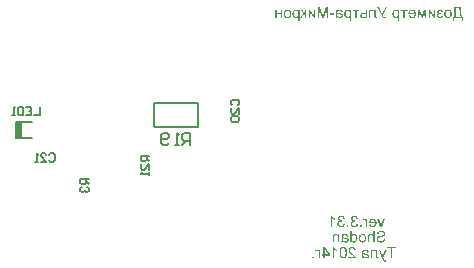
<source format=gbo>
G04 Layer_Color=32896*
%FSLAX25Y25*%
%MOIN*%
G70*
G01*
G75*
%ADD61C,0.00787*%
%ADD64C,0.00591*%
%ADD105R,0.02165X0.05118*%
G36*
X131926Y-4114D02*
X131956Y-4188D01*
X131985Y-4257D01*
X132010Y-4321D01*
X132039Y-4375D01*
X132064Y-4424D01*
X132088Y-4469D01*
X132108Y-4508D01*
X132128Y-4538D01*
X132167Y-4592D01*
X132192Y-4626D01*
X132211Y-4646D01*
X132216Y-4651D01*
X132266Y-4690D01*
X132320Y-4715D01*
X132374Y-4734D01*
X132423Y-4749D01*
X132467Y-4759D01*
X132502Y-4764D01*
X132531D01*
X132615Y-4759D01*
X132694Y-4744D01*
X132763Y-4729D01*
X132826Y-4705D01*
X132881Y-4685D01*
X132920Y-4670D01*
X132945Y-4656D01*
X132954Y-4651D01*
Y-5079D01*
X132851Y-5108D01*
X132763Y-5128D01*
X132684Y-5148D01*
X132615Y-5158D01*
X132556Y-5162D01*
X132517Y-5167D01*
X132482D01*
X132369Y-5162D01*
X132275Y-5143D01*
X132192Y-5113D01*
X132123Y-5084D01*
X132069Y-5054D01*
X132029Y-5025D01*
X132010Y-5005D01*
X132000Y-5000D01*
X131965Y-4966D01*
X131931Y-4921D01*
X131897Y-4867D01*
X131857Y-4813D01*
X131783Y-4695D01*
X131715Y-4572D01*
X131656Y-4459D01*
X131631Y-4410D01*
X131606Y-4365D01*
X131587Y-4331D01*
X131572Y-4301D01*
X131567Y-4282D01*
X131562Y-4277D01*
X130145Y-1335D01*
X130642D01*
X131720Y-3657D01*
X132954Y-1335D01*
X133456D01*
X131926Y-4114D01*
D02*
G37*
G36*
X106529Y-5118D02*
X106067D01*
Y-3849D01*
X106008Y-3854D01*
X105958Y-3864D01*
X105914Y-3873D01*
X105870Y-3888D01*
X105840Y-3908D01*
X105816Y-3918D01*
X105801Y-3928D01*
X105796Y-3932D01*
X105752Y-3972D01*
X105708Y-4021D01*
X105663Y-4075D01*
X105619Y-4134D01*
X105585Y-4188D01*
X105555Y-4233D01*
X105535Y-4262D01*
X105530Y-4267D01*
Y-4272D01*
X105033Y-5118D01*
X104522D01*
X105033Y-4272D01*
X105088Y-4188D01*
X105142Y-4109D01*
X105196Y-4041D01*
X105250Y-3982D01*
X105299Y-3928D01*
X105348Y-3883D01*
X105393Y-3844D01*
X105437Y-3809D01*
X105476Y-3785D01*
X105516Y-3760D01*
X105545Y-3745D01*
X105575Y-3731D01*
X105594Y-3721D01*
X105609Y-3716D01*
X105619Y-3711D01*
X105624D01*
X105560Y-3677D01*
X105501Y-3647D01*
X105457Y-3613D01*
X105417Y-3588D01*
X105388Y-3563D01*
X105368Y-3544D01*
X105358Y-3529D01*
X105353Y-3524D01*
X105319Y-3480D01*
X105284Y-3421D01*
X105250Y-3362D01*
X105220Y-3303D01*
X105196Y-3244D01*
X105176Y-3199D01*
X105166Y-3180D01*
X105161Y-3165D01*
X105156Y-3160D01*
Y-3155D01*
X105137Y-3106D01*
X105117Y-3062D01*
X105088Y-2983D01*
X105058Y-2924D01*
X105033Y-2880D01*
X105019Y-2850D01*
X105004Y-2830D01*
X104994Y-2820D01*
Y-2816D01*
X104970Y-2796D01*
X104935Y-2786D01*
X104856Y-2766D01*
X104817D01*
X104787Y-2761D01*
X104758D01*
X104625Y-2766D01*
Y-2378D01*
X104802D01*
X104876Y-2383D01*
X104940Y-2387D01*
X104989Y-2397D01*
X105028Y-2402D01*
X105058Y-2412D01*
X105073Y-2417D01*
X105078D01*
X105117Y-2432D01*
X105156Y-2451D01*
X105191Y-2476D01*
X105220Y-2501D01*
X105240Y-2520D01*
X105260Y-2540D01*
X105270Y-2550D01*
X105274Y-2555D01*
X105289Y-2575D01*
X105309Y-2604D01*
X105343Y-2663D01*
X105383Y-2737D01*
X105417Y-2806D01*
X105447Y-2875D01*
X105471Y-2929D01*
X105481Y-2953D01*
X105491Y-2968D01*
X105496Y-2978D01*
Y-2983D01*
X105530Y-3057D01*
X105560Y-3121D01*
X105585Y-3180D01*
X105614Y-3234D01*
X105634Y-3278D01*
X105658Y-3317D01*
X105678Y-3352D01*
X105693Y-3381D01*
X105722Y-3426D01*
X105747Y-3455D01*
X105757Y-3470D01*
X105762Y-3475D01*
X105801Y-3504D01*
X105845Y-3524D01*
X105894Y-3539D01*
X105949Y-3549D01*
X105993Y-3554D01*
X106032Y-3559D01*
X106067D01*
Y-2378D01*
X106529D01*
Y-5118D01*
D02*
G37*
G36*
X98337D02*
X97875D01*
Y-3903D01*
X96581D01*
Y-5118D01*
X96118D01*
Y-2378D01*
X96581D01*
Y-3519D01*
X97875D01*
Y-2378D01*
X98337D01*
Y-5118D01*
D02*
G37*
G36*
X109476D02*
X108979D01*
X107685Y-3042D01*
Y-5118D01*
X107223D01*
Y-2378D01*
X107720D01*
X109014Y-4469D01*
Y-2378D01*
X109476D01*
Y-5118D01*
D02*
G37*
G36*
X149476D02*
X148979D01*
X147685Y-3042D01*
Y-5118D01*
X147222D01*
Y-2378D01*
X147719D01*
X149013Y-4469D01*
Y-2378D01*
X149476D01*
Y-5118D01*
D02*
G37*
G36*
X115823Y-3982D02*
X114396D01*
Y-3514D01*
X115823D01*
Y-3982D01*
D02*
G37*
G36*
X117550Y-2324D02*
X117668Y-2333D01*
X117776Y-2348D01*
X117865Y-2368D01*
X117944Y-2387D01*
X117973Y-2392D01*
X117998Y-2402D01*
X118017Y-2407D01*
X118032Y-2412D01*
X118042Y-2417D01*
X118047D01*
X118140Y-2456D01*
X118224Y-2501D01*
X118293Y-2545D01*
X118352Y-2589D01*
X118396Y-2633D01*
X118431Y-2663D01*
X118450Y-2683D01*
X118455Y-2692D01*
X118504Y-2761D01*
X118549Y-2840D01*
X118583Y-2919D01*
X118608Y-2993D01*
X118632Y-3057D01*
X118647Y-3111D01*
X118652Y-3130D01*
Y-3145D01*
X118657Y-3155D01*
Y-3160D01*
X118204Y-3224D01*
X118175Y-3125D01*
X118135Y-3037D01*
X118101Y-2968D01*
X118062Y-2914D01*
X118032Y-2870D01*
X118003Y-2840D01*
X117983Y-2825D01*
X117978Y-2820D01*
X117914Y-2781D01*
X117835Y-2752D01*
X117757Y-2732D01*
X117673Y-2717D01*
X117604Y-2707D01*
X117545Y-2702D01*
X117491D01*
X117368Y-2707D01*
X117260Y-2727D01*
X117171Y-2752D01*
X117092Y-2781D01*
X117033Y-2811D01*
X116994Y-2835D01*
X116969Y-2855D01*
X116960Y-2860D01*
X116915Y-2909D01*
X116881Y-2973D01*
X116861Y-3037D01*
X116841Y-3106D01*
X116832Y-3165D01*
X116827Y-3219D01*
Y-3234D01*
Y-3249D01*
Y-3258D01*
Y-3263D01*
Y-3273D01*
Y-3293D01*
Y-3332D01*
X116832Y-3352D01*
Y-3367D01*
Y-3376D01*
Y-3381D01*
X116886Y-3396D01*
X116945Y-3416D01*
X117073Y-3445D01*
X117210Y-3475D01*
X117343Y-3499D01*
X117407Y-3509D01*
X117466Y-3519D01*
X117520Y-3524D01*
X117565Y-3529D01*
X117604Y-3539D01*
X117634D01*
X117653Y-3544D01*
X117658D01*
X117757Y-3559D01*
X117840Y-3568D01*
X117909Y-3578D01*
X117968Y-3593D01*
X118012Y-3598D01*
X118047Y-3608D01*
X118067Y-3613D01*
X118071D01*
X118140Y-3632D01*
X118204Y-3657D01*
X118258Y-3681D01*
X118308Y-3706D01*
X118347Y-3731D01*
X118381Y-3750D01*
X118401Y-3760D01*
X118406Y-3765D01*
X118460Y-3805D01*
X118504Y-3849D01*
X118549Y-3893D01*
X118583Y-3932D01*
X118608Y-3972D01*
X118632Y-4001D01*
X118642Y-4021D01*
X118647Y-4031D01*
X118677Y-4095D01*
X118696Y-4159D01*
X118716Y-4223D01*
X118726Y-4277D01*
X118731Y-4326D01*
X118736Y-4365D01*
Y-4390D01*
Y-4400D01*
X118731Y-4464D01*
X118726Y-4523D01*
X118696Y-4631D01*
X118657Y-4724D01*
X118613Y-4808D01*
X118568Y-4872D01*
X118534Y-4921D01*
X118504Y-4951D01*
X118500Y-4956D01*
X118495Y-4961D01*
X118445Y-5000D01*
X118396Y-5029D01*
X118283Y-5084D01*
X118170Y-5123D01*
X118057Y-5148D01*
X117958Y-5167D01*
X117914Y-5172D01*
X117875D01*
X117845Y-5177D01*
X117801D01*
X117702Y-5172D01*
X117609Y-5162D01*
X117520Y-5148D01*
X117447Y-5133D01*
X117383Y-5118D01*
X117333Y-5103D01*
X117319Y-5098D01*
X117304Y-5094D01*
X117299Y-5089D01*
X117294D01*
X117206Y-5049D01*
X117112Y-5000D01*
X117028Y-4946D01*
X116955Y-4897D01*
X116886Y-4848D01*
X116837Y-4808D01*
X116817Y-4793D01*
X116802Y-4784D01*
X116797Y-4774D01*
X116792D01*
X116782Y-4848D01*
X116768Y-4911D01*
X116758Y-4970D01*
X116738Y-5020D01*
X116728Y-5064D01*
X116714Y-5094D01*
X116709Y-5113D01*
X116704Y-5118D01*
X116217D01*
X116246Y-5059D01*
X116271Y-5000D01*
X116290Y-4946D01*
X116310Y-4892D01*
X116320Y-4852D01*
X116330Y-4818D01*
X116335Y-4798D01*
Y-4789D01*
X116340Y-4749D01*
X116344Y-4705D01*
Y-4651D01*
X116349Y-4587D01*
X116354Y-4454D01*
Y-4316D01*
X116359Y-4247D01*
Y-4183D01*
Y-4124D01*
Y-4075D01*
Y-4031D01*
Y-4001D01*
Y-3977D01*
Y-3972D01*
Y-3352D01*
Y-3244D01*
X116364Y-3155D01*
X116369Y-3081D01*
Y-3022D01*
X116374Y-2978D01*
X116379Y-2948D01*
X116384Y-2929D01*
Y-2924D01*
X116404Y-2855D01*
X116423Y-2796D01*
X116448Y-2742D01*
X116472Y-2698D01*
X116497Y-2663D01*
X116517Y-2633D01*
X116527Y-2619D01*
X116532Y-2614D01*
X116576Y-2569D01*
X116625Y-2525D01*
X116679Y-2491D01*
X116733Y-2461D01*
X116782Y-2437D01*
X116822Y-2417D01*
X116846Y-2407D01*
X116851Y-2402D01*
X116856D01*
X116945Y-2373D01*
X117033Y-2353D01*
X117132Y-2338D01*
X117220Y-2328D01*
X117299Y-2324D01*
X117333Y-2319D01*
X117422D01*
X117550Y-2324D01*
D02*
G37*
G36*
X125868Y-72009D02*
X125922Y-72018D01*
X125976Y-72033D01*
X126020Y-72048D01*
X126055Y-72068D01*
X126084Y-72082D01*
X126104Y-72092D01*
X126109Y-72097D01*
X126158Y-72141D01*
X126212Y-72196D01*
X126261Y-72259D01*
X126306Y-72328D01*
X126340Y-72387D01*
X126375Y-72437D01*
X126384Y-72456D01*
X126394Y-72471D01*
X126399Y-72481D01*
Y-72063D01*
X126818D01*
Y-74803D01*
X126355D01*
Y-73376D01*
X126350Y-73268D01*
X126345Y-73165D01*
X126330Y-73076D01*
X126316Y-72993D01*
X126306Y-72929D01*
X126291Y-72879D01*
X126286Y-72860D01*
Y-72845D01*
X126281Y-72840D01*
Y-72835D01*
X126257Y-72776D01*
X126232Y-72727D01*
X126202Y-72683D01*
X126173Y-72648D01*
X126148Y-72619D01*
X126129Y-72594D01*
X126114Y-72584D01*
X126109Y-72579D01*
X126060Y-72550D01*
X126015Y-72525D01*
X125966Y-72510D01*
X125927Y-72496D01*
X125888Y-72491D01*
X125858Y-72486D01*
X125833D01*
X125769Y-72491D01*
X125706Y-72501D01*
X125646Y-72515D01*
X125597Y-72535D01*
X125553Y-72555D01*
X125519Y-72570D01*
X125499Y-72579D01*
X125489Y-72584D01*
X125327Y-72156D01*
X125420Y-72107D01*
X125504Y-72068D01*
X125587Y-72043D01*
X125661Y-72023D01*
X125720Y-72013D01*
X125769Y-72004D01*
X125809D01*
X125868Y-72009D01*
D02*
G37*
G36*
X128736D02*
X128835Y-72018D01*
X128928Y-72038D01*
X129017Y-72063D01*
X129095Y-72092D01*
X129174Y-72127D01*
X129243Y-72161D01*
X129307Y-72196D01*
X129361Y-72230D01*
X129410Y-72264D01*
X129455Y-72299D01*
X129489Y-72328D01*
X129518Y-72353D01*
X129538Y-72373D01*
X129548Y-72382D01*
X129553Y-72387D01*
X129617Y-72461D01*
X129671Y-72540D01*
X129715Y-72628D01*
X129760Y-72717D01*
X129794Y-72806D01*
X129819Y-72894D01*
X129843Y-72983D01*
X129863Y-73066D01*
X129878Y-73145D01*
X129887Y-73219D01*
X129897Y-73288D01*
X129902Y-73347D01*
Y-73391D01*
X129907Y-73431D01*
Y-73450D01*
Y-73460D01*
X129902Y-73583D01*
X129893Y-73696D01*
X129873Y-73800D01*
X129853Y-73903D01*
X129829Y-73991D01*
X129799Y-74080D01*
X129764Y-74154D01*
X129730Y-74227D01*
X129701Y-74287D01*
X129666Y-74341D01*
X129637Y-74385D01*
X129612Y-74424D01*
X129592Y-74454D01*
X129573Y-74474D01*
X129563Y-74488D01*
X129558Y-74493D01*
X129489Y-74557D01*
X129415Y-74616D01*
X129337Y-74665D01*
X129258Y-74705D01*
X129179Y-74744D01*
X129100Y-74774D01*
X129022Y-74798D01*
X128948Y-74818D01*
X128879Y-74833D01*
X128810Y-74843D01*
X128751Y-74852D01*
X128702Y-74857D01*
X128662D01*
X128628Y-74862D01*
X128603D01*
X128515Y-74857D01*
X128431Y-74852D01*
X128279Y-74828D01*
X128210Y-74808D01*
X128146Y-74788D01*
X128087Y-74769D01*
X128033Y-74744D01*
X127983Y-74724D01*
X127944Y-74705D01*
X127905Y-74685D01*
X127875Y-74665D01*
X127851Y-74651D01*
X127836Y-74641D01*
X127826Y-74631D01*
X127821D01*
X127718Y-74537D01*
X127629Y-74429D01*
X127555Y-74321D01*
X127496Y-74218D01*
X127457Y-74124D01*
X127437Y-74080D01*
X127427Y-74045D01*
X127413Y-74016D01*
X127408Y-73996D01*
X127403Y-73981D01*
Y-73977D01*
X127885Y-73913D01*
X127925Y-74016D01*
X127974Y-74104D01*
X128023Y-74183D01*
X128067Y-74242D01*
X128106Y-74287D01*
X128141Y-74321D01*
X128161Y-74341D01*
X128171Y-74346D01*
X128239Y-74390D01*
X128313Y-74424D01*
X128387Y-74444D01*
X128451Y-74464D01*
X128515Y-74474D01*
X128559Y-74478D01*
X128603D01*
X128667Y-74474D01*
X128726Y-74469D01*
X128840Y-74439D01*
X128938Y-74405D01*
X129022Y-74360D01*
X129086Y-74316D01*
X129140Y-74277D01*
X129154Y-74262D01*
X129169Y-74252D01*
X129174Y-74247D01*
X129179Y-74242D01*
X129218Y-74193D01*
X129253Y-74144D01*
X129312Y-74036D01*
X129356Y-73922D01*
X129391Y-73809D01*
X129410Y-73711D01*
X129415Y-73667D01*
X129420Y-73627D01*
X129425Y-73598D01*
X129430Y-73573D01*
Y-73558D01*
Y-73554D01*
X127388D01*
X127383Y-73499D01*
Y-73460D01*
Y-73440D01*
Y-73431D01*
X127388Y-73308D01*
X127398Y-73189D01*
X127418Y-73081D01*
X127437Y-72978D01*
X127462Y-72884D01*
X127491Y-72801D01*
X127526Y-72722D01*
X127555Y-72648D01*
X127590Y-72584D01*
X127624Y-72530D01*
X127654Y-72486D01*
X127678Y-72447D01*
X127698Y-72417D01*
X127718Y-72397D01*
X127728Y-72382D01*
X127733Y-72378D01*
X127801Y-72314D01*
X127870Y-72255D01*
X127944Y-72205D01*
X128023Y-72161D01*
X128097Y-72127D01*
X128171Y-72097D01*
X128244Y-72068D01*
X128313Y-72048D01*
X128377Y-72033D01*
X128441Y-72023D01*
X128495Y-72013D01*
X128540Y-72009D01*
X128579Y-72004D01*
X128633D01*
X128736Y-72009D01*
D02*
G37*
G36*
X131644Y-74803D02*
X131196D01*
X130163Y-72063D01*
X130645D01*
X131250Y-73735D01*
X131290Y-73844D01*
X131324Y-73947D01*
X131354Y-74036D01*
X131378Y-74109D01*
X131398Y-74173D01*
X131413Y-74218D01*
X131418Y-74247D01*
X131423Y-74252D01*
Y-74257D01*
X131452Y-74154D01*
X131482Y-74050D01*
X131511Y-73957D01*
X131541Y-73873D01*
X131565Y-73804D01*
X131585Y-73750D01*
X131590Y-73731D01*
X131595Y-73716D01*
X131600Y-73711D01*
Y-73706D01*
X132185Y-72063D01*
X132677D01*
X131644Y-74803D01*
D02*
G37*
G36*
X151183Y-2328D02*
X151311Y-2353D01*
X151424Y-2387D01*
X151527Y-2437D01*
X151621Y-2496D01*
X151705Y-2560D01*
X151773Y-2629D01*
X151832Y-2702D01*
X151887Y-2776D01*
X151931Y-2845D01*
X151965Y-2909D01*
X151990Y-2968D01*
X152010Y-3017D01*
X152024Y-3052D01*
X152029Y-3076D01*
X152034Y-3086D01*
X151591Y-3160D01*
X151557Y-3081D01*
X151523Y-3007D01*
X151483Y-2948D01*
X151439Y-2894D01*
X151395Y-2850D01*
X151350Y-2816D01*
X151306Y-2786D01*
X151257Y-2761D01*
X151217Y-2742D01*
X151178Y-2727D01*
X151139Y-2717D01*
X151109Y-2707D01*
X151080D01*
X151060Y-2702D01*
X151045D01*
X150971Y-2707D01*
X150908Y-2722D01*
X150853Y-2737D01*
X150809Y-2757D01*
X150770Y-2781D01*
X150745Y-2796D01*
X150725Y-2811D01*
X150721Y-2816D01*
X150676Y-2860D01*
X150647Y-2909D01*
X150622Y-2958D01*
X150607Y-3007D01*
X150598Y-3052D01*
X150593Y-3086D01*
Y-3106D01*
Y-3116D01*
X150598Y-3170D01*
X150607Y-3219D01*
X150622Y-3263D01*
X150642Y-3303D01*
X150662Y-3332D01*
X150676Y-3352D01*
X150686Y-3367D01*
X150691Y-3371D01*
X150725Y-3406D01*
X150760Y-3435D01*
X150794Y-3455D01*
X150829Y-3470D01*
X150853Y-3485D01*
X150873Y-3490D01*
X150888Y-3494D01*
X150893D01*
X150942Y-3499D01*
X151001Y-3504D01*
X151065Y-3509D01*
X151134D01*
X151193Y-3514D01*
X151291D01*
Y-3878D01*
X151090D01*
X151001Y-3883D01*
X150932Y-3888D01*
X150878Y-3893D01*
X150834Y-3898D01*
X150804Y-3903D01*
X150789Y-3908D01*
X150785D01*
X150745Y-3923D01*
X150706Y-3942D01*
X150666Y-3967D01*
X150637Y-3991D01*
X150612Y-4016D01*
X150588Y-4036D01*
X150578Y-4050D01*
X150573Y-4055D01*
X150539Y-4100D01*
X150514Y-4149D01*
X150499Y-4198D01*
X150484Y-4237D01*
X150479Y-4277D01*
X150475Y-4306D01*
Y-4331D01*
Y-4336D01*
X150479Y-4410D01*
X150499Y-4474D01*
X150524Y-4533D01*
X150553Y-4582D01*
X150583Y-4621D01*
X150607Y-4651D01*
X150627Y-4670D01*
X150632Y-4675D01*
X150696Y-4720D01*
X150760Y-4749D01*
X150824Y-4774D01*
X150888Y-4789D01*
X150942Y-4798D01*
X150986Y-4803D01*
X151026D01*
X151109Y-4798D01*
X151188Y-4779D01*
X151257Y-4759D01*
X151321Y-4729D01*
X151370Y-4705D01*
X151404Y-4680D01*
X151429Y-4665D01*
X151439Y-4660D01*
X151503Y-4602D01*
X151552Y-4538D01*
X151596Y-4469D01*
X151626Y-4405D01*
X151650Y-4346D01*
X151670Y-4296D01*
X151675Y-4277D01*
Y-4262D01*
X151680Y-4257D01*
Y-4252D01*
X152118Y-4346D01*
X152083Y-4493D01*
X152029Y-4621D01*
X151965Y-4729D01*
X151887Y-4828D01*
X151803Y-4907D01*
X151709Y-4975D01*
X151616Y-5029D01*
X151523Y-5074D01*
X151429Y-5108D01*
X151340Y-5133D01*
X151257Y-5153D01*
X151183Y-5162D01*
X151124Y-5172D01*
X151075Y-5177D01*
X151035D01*
X150947Y-5172D01*
X150863Y-5167D01*
X150785Y-5158D01*
X150716Y-5143D01*
X150647Y-5123D01*
X150583Y-5103D01*
X150529Y-5084D01*
X150479Y-5064D01*
X150435Y-5044D01*
X150396Y-5025D01*
X150361Y-5005D01*
X150332Y-4985D01*
X150312Y-4970D01*
X150297Y-4961D01*
X150288Y-4951D01*
X150283D01*
X150233Y-4907D01*
X150194Y-4857D01*
X150155Y-4808D01*
X150125Y-4759D01*
X150076Y-4660D01*
X150047Y-4562D01*
X150027Y-4479D01*
X150022Y-4444D01*
X150017Y-4410D01*
X150012Y-4385D01*
Y-4365D01*
Y-4355D01*
Y-4351D01*
X150017Y-4267D01*
X150027Y-4188D01*
X150047Y-4119D01*
X150061Y-4060D01*
X150081Y-4016D01*
X150101Y-3977D01*
X150110Y-3957D01*
X150115Y-3947D01*
X150160Y-3883D01*
X150209Y-3829D01*
X150258Y-3780D01*
X150307Y-3740D01*
X150356Y-3706D01*
X150391Y-3681D01*
X150416Y-3667D01*
X150425Y-3662D01*
X150366Y-3622D01*
X150317Y-3583D01*
X150273Y-3539D01*
X150238Y-3494D01*
X150204Y-3450D01*
X150179Y-3406D01*
X150140Y-3322D01*
X150115Y-3249D01*
X150110Y-3214D01*
X150106Y-3185D01*
X150101Y-3165D01*
Y-3145D01*
Y-3135D01*
Y-3130D01*
X150106Y-3071D01*
X150110Y-3012D01*
X150140Y-2904D01*
X150179Y-2806D01*
X150224Y-2722D01*
X150273Y-2653D01*
X150312Y-2604D01*
X150327Y-2584D01*
X150342Y-2569D01*
X150347Y-2565D01*
X150352Y-2560D01*
X150401Y-2515D01*
X150455Y-2481D01*
X150509Y-2447D01*
X150563Y-2422D01*
X150681Y-2378D01*
X150789Y-2348D01*
X150888Y-2333D01*
X150932Y-2324D01*
X150967D01*
X150996Y-2319D01*
X151040D01*
X151183Y-2328D01*
D02*
G37*
G36*
X120515Y-74803D02*
X119984D01*
Y-74272D01*
X120515D01*
Y-74803D01*
D02*
G37*
G36*
X124918D02*
X124387D01*
Y-74272D01*
X124918D01*
Y-74803D01*
D02*
G37*
G36*
X158012Y-1891D02*
Y-2083D01*
X158017Y-2265D01*
X158022Y-2442D01*
X158032Y-2609D01*
X158042Y-2771D01*
X158051Y-2924D01*
X158066Y-3067D01*
X158081Y-3209D01*
X158101Y-3337D01*
X158115Y-3460D01*
X158135Y-3578D01*
X158155Y-3691D01*
X158174Y-3795D01*
X158194Y-3888D01*
X158219Y-3982D01*
X158238Y-4065D01*
X158258Y-4144D01*
X158283Y-4213D01*
X158302Y-4282D01*
X158322Y-4341D01*
X158342Y-4395D01*
X158361Y-4449D01*
X158376Y-4493D01*
X158396Y-4528D01*
X158411Y-4562D01*
X158420Y-4592D01*
X158445Y-4636D01*
X158460Y-4660D01*
X158465Y-4670D01*
X158760D01*
Y-5999D01*
X158312D01*
Y-5118D01*
X155818D01*
Y-5999D01*
X155370D01*
Y-4670D01*
X155709D01*
Y-1335D01*
X158012D01*
Y-1891D01*
D02*
G37*
G36*
X100261Y-2324D02*
X100350Y-2333D01*
X100433Y-2348D01*
X100517Y-2368D01*
X100591Y-2387D01*
X100664Y-2417D01*
X100728Y-2442D01*
X100787Y-2471D01*
X100842Y-2501D01*
X100891Y-2525D01*
X100930Y-2555D01*
X100965Y-2575D01*
X100994Y-2594D01*
X101014Y-2609D01*
X101024Y-2619D01*
X101029Y-2624D01*
X101102Y-2698D01*
X101166Y-2776D01*
X101220Y-2865D01*
X101270Y-2953D01*
X101309Y-3047D01*
X101343Y-3140D01*
X101373Y-3234D01*
X101393Y-3327D01*
X101412Y-3411D01*
X101422Y-3490D01*
X101432Y-3563D01*
X101442Y-3627D01*
Y-3677D01*
X101447Y-3716D01*
Y-3740D01*
Y-3750D01*
X101442Y-3878D01*
X101432Y-3996D01*
X101412Y-4105D01*
X101393Y-4208D01*
X101363Y-4306D01*
X101334Y-4390D01*
X101304Y-4469D01*
X101270Y-4543D01*
X101235Y-4606D01*
X101206Y-4660D01*
X101176Y-4705D01*
X101147Y-4744D01*
X101127Y-4774D01*
X101107Y-4793D01*
X101097Y-4808D01*
X101093Y-4813D01*
X101024Y-4877D01*
X100950Y-4931D01*
X100876Y-4980D01*
X100797Y-5025D01*
X100719Y-5059D01*
X100645Y-5089D01*
X100571Y-5113D01*
X100497Y-5133D01*
X100428Y-5148D01*
X100364Y-5158D01*
X100310Y-5167D01*
X100261Y-5172D01*
X100222D01*
X100192Y-5177D01*
X100168D01*
X100035Y-5172D01*
X99912Y-5153D01*
X99799Y-5123D01*
X99705Y-5094D01*
X99621Y-5064D01*
X99587Y-5049D01*
X99562Y-5034D01*
X99538Y-5025D01*
X99523Y-5015D01*
X99513Y-5010D01*
X99508D01*
X99400Y-4941D01*
X99307Y-4867D01*
X99228Y-4789D01*
X99164Y-4715D01*
X99110Y-4646D01*
X99075Y-4592D01*
X99061Y-4572D01*
X99051Y-4557D01*
X99046Y-4547D01*
Y-4543D01*
X99016Y-4483D01*
X98992Y-4420D01*
X98952Y-4282D01*
X98923Y-4144D01*
X98903Y-4011D01*
X98898Y-3952D01*
X98893Y-3893D01*
X98888Y-3844D01*
X98883Y-3799D01*
Y-3760D01*
Y-3736D01*
Y-3716D01*
Y-3711D01*
X98888Y-3593D01*
X98898Y-3480D01*
X98918Y-3376D01*
X98938Y-3278D01*
X98967Y-3185D01*
X98997Y-3101D01*
X99031Y-3027D01*
X99061Y-2958D01*
X99095Y-2899D01*
X99129Y-2845D01*
X99159Y-2796D01*
X99189Y-2761D01*
X99208Y-2732D01*
X99228Y-2707D01*
X99238Y-2698D01*
X99243Y-2692D01*
X99312Y-2629D01*
X99385Y-2569D01*
X99459Y-2520D01*
X99538Y-2476D01*
X99616Y-2442D01*
X99695Y-2412D01*
X99769Y-2383D01*
X99838Y-2363D01*
X99907Y-2348D01*
X99971Y-2338D01*
X100025Y-2328D01*
X100074Y-2324D01*
X100113Y-2319D01*
X100168D01*
X100261Y-2324D01*
D02*
G37*
G36*
X153820D02*
X153909Y-2333D01*
X153992Y-2348D01*
X154076Y-2368D01*
X154150Y-2387D01*
X154224Y-2417D01*
X154288Y-2442D01*
X154347Y-2471D01*
X154401Y-2501D01*
X154450Y-2525D01*
X154489Y-2555D01*
X154524Y-2575D01*
X154553Y-2594D01*
X154573Y-2609D01*
X154583Y-2619D01*
X154588Y-2624D01*
X154662Y-2698D01*
X154725Y-2776D01*
X154780Y-2865D01*
X154829Y-2953D01*
X154868Y-3047D01*
X154903Y-3140D01*
X154932Y-3234D01*
X154952Y-3327D01*
X154971Y-3411D01*
X154981Y-3490D01*
X154991Y-3563D01*
X155001Y-3627D01*
Y-3677D01*
X155006Y-3716D01*
Y-3740D01*
Y-3750D01*
X155001Y-3878D01*
X154991Y-3996D01*
X154971Y-4105D01*
X154952Y-4208D01*
X154922Y-4306D01*
X154893Y-4390D01*
X154863Y-4469D01*
X154829Y-4543D01*
X154794Y-4606D01*
X154765Y-4660D01*
X154735Y-4705D01*
X154706Y-4744D01*
X154686Y-4774D01*
X154666Y-4793D01*
X154657Y-4808D01*
X154652Y-4813D01*
X154583Y-4877D01*
X154509Y-4931D01*
X154435Y-4980D01*
X154356Y-5025D01*
X154278Y-5059D01*
X154204Y-5089D01*
X154130Y-5113D01*
X154056Y-5133D01*
X153987Y-5148D01*
X153923Y-5158D01*
X153869Y-5167D01*
X153820Y-5172D01*
X153781D01*
X153751Y-5177D01*
X153727D01*
X153594Y-5172D01*
X153471Y-5153D01*
X153358Y-5123D01*
X153264Y-5094D01*
X153181Y-5064D01*
X153146Y-5049D01*
X153121Y-5034D01*
X153097Y-5025D01*
X153082Y-5015D01*
X153072Y-5010D01*
X153067D01*
X152959Y-4941D01*
X152866Y-4867D01*
X152787Y-4789D01*
X152723Y-4715D01*
X152669Y-4646D01*
X152634Y-4592D01*
X152620Y-4572D01*
X152610Y-4557D01*
X152605Y-4547D01*
Y-4543D01*
X152575Y-4483D01*
X152551Y-4420D01*
X152511Y-4282D01*
X152482Y-4144D01*
X152462Y-4011D01*
X152457Y-3952D01*
X152452Y-3893D01*
X152447Y-3844D01*
X152443Y-3799D01*
Y-3760D01*
Y-3736D01*
Y-3716D01*
Y-3711D01*
X152447Y-3593D01*
X152457Y-3480D01*
X152477Y-3376D01*
X152497Y-3278D01*
X152526Y-3185D01*
X152556Y-3101D01*
X152590Y-3027D01*
X152620Y-2958D01*
X152654Y-2899D01*
X152689Y-2845D01*
X152718Y-2796D01*
X152748Y-2761D01*
X152767Y-2732D01*
X152787Y-2707D01*
X152797Y-2698D01*
X152802Y-2692D01*
X152871Y-2629D01*
X152944Y-2569D01*
X153018Y-2520D01*
X153097Y-2476D01*
X153176Y-2442D01*
X153254Y-2412D01*
X153328Y-2383D01*
X153397Y-2363D01*
X153466Y-2348D01*
X153530Y-2338D01*
X153584Y-2328D01*
X153633Y-2324D01*
X153673Y-2319D01*
X153727D01*
X153820Y-2324D01*
D02*
G37*
G36*
X103090D02*
X103179Y-2333D01*
X103257Y-2353D01*
X103326Y-2373D01*
X103380Y-2392D01*
X103420Y-2412D01*
X103444Y-2422D01*
X103454Y-2427D01*
X103523Y-2471D01*
X103587Y-2520D01*
X103641Y-2569D01*
X103690Y-2619D01*
X103730Y-2668D01*
X103764Y-2702D01*
X103784Y-2727D01*
X103789Y-2737D01*
Y-2378D01*
X104212D01*
Y-6166D01*
X103749D01*
Y-4833D01*
X103700Y-4887D01*
X103651Y-4931D01*
X103602Y-4975D01*
X103552Y-5010D01*
X103513Y-5039D01*
X103479Y-5059D01*
X103459Y-5074D01*
X103449Y-5079D01*
X103375Y-5113D01*
X103306Y-5138D01*
X103233Y-5153D01*
X103169Y-5162D01*
X103115Y-5172D01*
X103070Y-5177D01*
X103031D01*
X102913Y-5167D01*
X102800Y-5148D01*
X102696Y-5123D01*
X102608Y-5089D01*
X102534Y-5054D01*
X102500Y-5039D01*
X102475Y-5029D01*
X102455Y-5015D01*
X102441Y-5010D01*
X102431Y-5000D01*
X102426D01*
X102322Y-4926D01*
X102234Y-4848D01*
X102160Y-4759D01*
X102096Y-4675D01*
X102047Y-4602D01*
X102027Y-4572D01*
X102013Y-4543D01*
X101998Y-4518D01*
X101988Y-4503D01*
X101983Y-4493D01*
Y-4488D01*
X101934Y-4360D01*
X101894Y-4228D01*
X101870Y-4100D01*
X101850Y-3982D01*
X101845Y-3928D01*
X101840Y-3883D01*
X101835Y-3839D01*
X101830Y-3799D01*
Y-3770D01*
Y-3750D01*
Y-3736D01*
Y-3731D01*
X101835Y-3588D01*
X101850Y-3450D01*
X101875Y-3332D01*
X101899Y-3224D01*
X101914Y-3180D01*
X101924Y-3135D01*
X101934Y-3101D01*
X101949Y-3071D01*
X101953Y-3047D01*
X101963Y-3027D01*
X101968Y-3017D01*
Y-3012D01*
X102027Y-2894D01*
X102091Y-2791D01*
X102160Y-2707D01*
X102224Y-2633D01*
X102283Y-2575D01*
X102332Y-2535D01*
X102352Y-2520D01*
X102367Y-2510D01*
X102372Y-2501D01*
X102377D01*
X102480Y-2442D01*
X102583Y-2397D01*
X102691Y-2363D01*
X102785Y-2343D01*
X102869Y-2328D01*
X102908Y-2324D01*
X102937D01*
X102962Y-2319D01*
X102997D01*
X103090Y-2324D01*
D02*
G37*
G36*
X120394D02*
X120482Y-2333D01*
X120561Y-2353D01*
X120630Y-2373D01*
X120684Y-2392D01*
X120723Y-2412D01*
X120748Y-2422D01*
X120758Y-2427D01*
X120827Y-2471D01*
X120891Y-2520D01*
X120945Y-2569D01*
X120994Y-2619D01*
X121033Y-2668D01*
X121068Y-2702D01*
X121087Y-2727D01*
X121092Y-2737D01*
Y-2378D01*
X121515D01*
Y-6166D01*
X121053D01*
Y-4833D01*
X121004Y-4887D01*
X120955Y-4931D01*
X120905Y-4975D01*
X120856Y-5010D01*
X120817Y-5039D01*
X120782Y-5059D01*
X120763Y-5074D01*
X120753Y-5079D01*
X120679Y-5113D01*
X120610Y-5138D01*
X120536Y-5153D01*
X120472Y-5162D01*
X120418Y-5172D01*
X120374Y-5177D01*
X120335D01*
X120217Y-5167D01*
X120103Y-5148D01*
X120000Y-5123D01*
X119912Y-5089D01*
X119838Y-5054D01*
X119803Y-5039D01*
X119779Y-5029D01*
X119759Y-5015D01*
X119744Y-5010D01*
X119734Y-5000D01*
X119729D01*
X119626Y-4926D01*
X119538Y-4848D01*
X119464Y-4759D01*
X119400Y-4675D01*
X119351Y-4602D01*
X119331Y-4572D01*
X119316Y-4543D01*
X119301Y-4518D01*
X119292Y-4503D01*
X119287Y-4493D01*
Y-4488D01*
X119237Y-4360D01*
X119198Y-4228D01*
X119174Y-4100D01*
X119154Y-3982D01*
X119149Y-3928D01*
X119144Y-3883D01*
X119139Y-3839D01*
X119134Y-3799D01*
Y-3770D01*
Y-3750D01*
Y-3736D01*
Y-3731D01*
X119139Y-3588D01*
X119154Y-3450D01*
X119178Y-3332D01*
X119203Y-3224D01*
X119218Y-3180D01*
X119228Y-3135D01*
X119237Y-3101D01*
X119252Y-3071D01*
X119257Y-3047D01*
X119267Y-3027D01*
X119272Y-3017D01*
Y-3012D01*
X119331Y-2894D01*
X119395Y-2791D01*
X119464Y-2707D01*
X119528Y-2633D01*
X119587Y-2575D01*
X119636Y-2535D01*
X119656Y-2520D01*
X119670Y-2510D01*
X119675Y-2501D01*
X119680D01*
X119784Y-2442D01*
X119887Y-2397D01*
X119995Y-2363D01*
X120089Y-2343D01*
X120172Y-2328D01*
X120212Y-2324D01*
X120241D01*
X120266Y-2319D01*
X120300D01*
X120394Y-2324D01*
D02*
G37*
G36*
X136413D02*
X136502Y-2333D01*
X136581Y-2353D01*
X136649Y-2373D01*
X136704Y-2392D01*
X136743Y-2412D01*
X136767Y-2422D01*
X136777Y-2427D01*
X136846Y-2471D01*
X136910Y-2520D01*
X136964Y-2569D01*
X137013Y-2619D01*
X137053Y-2668D01*
X137087Y-2702D01*
X137107Y-2727D01*
X137112Y-2737D01*
Y-2378D01*
X137535D01*
Y-6166D01*
X137073D01*
Y-4833D01*
X137023Y-4887D01*
X136974Y-4931D01*
X136925Y-4975D01*
X136876Y-5010D01*
X136836Y-5039D01*
X136802Y-5059D01*
X136782Y-5074D01*
X136772Y-5079D01*
X136699Y-5113D01*
X136630Y-5138D01*
X136556Y-5153D01*
X136492Y-5162D01*
X136438Y-5172D01*
X136393Y-5177D01*
X136354D01*
X136236Y-5167D01*
X136123Y-5148D01*
X136020Y-5123D01*
X135931Y-5089D01*
X135857Y-5054D01*
X135823Y-5039D01*
X135798Y-5029D01*
X135778Y-5015D01*
X135764Y-5010D01*
X135754Y-5000D01*
X135749D01*
X135646Y-4926D01*
X135557Y-4848D01*
X135483Y-4759D01*
X135419Y-4675D01*
X135370Y-4602D01*
X135351Y-4572D01*
X135336Y-4543D01*
X135321Y-4518D01*
X135311Y-4503D01*
X135306Y-4493D01*
Y-4488D01*
X135257Y-4360D01*
X135218Y-4228D01*
X135193Y-4100D01*
X135173Y-3982D01*
X135168Y-3928D01*
X135163Y-3883D01*
X135159Y-3839D01*
X135154Y-3799D01*
Y-3770D01*
Y-3750D01*
Y-3736D01*
Y-3731D01*
X135159Y-3588D01*
X135173Y-3450D01*
X135198Y-3332D01*
X135223Y-3224D01*
X135237Y-3180D01*
X135247Y-3135D01*
X135257Y-3101D01*
X135272Y-3071D01*
X135277Y-3047D01*
X135286Y-3027D01*
X135291Y-3017D01*
Y-3012D01*
X135351Y-2894D01*
X135414Y-2791D01*
X135483Y-2707D01*
X135547Y-2633D01*
X135606Y-2575D01*
X135655Y-2535D01*
X135675Y-2520D01*
X135690Y-2510D01*
X135695Y-2501D01*
X135700D01*
X135803Y-2442D01*
X135906Y-2397D01*
X136015Y-2363D01*
X136108Y-2343D01*
X136192Y-2328D01*
X136231Y-2324D01*
X136261D01*
X136285Y-2319D01*
X136320D01*
X136413Y-2324D01*
D02*
G37*
G36*
X129550Y-4188D02*
Y-4252D01*
Y-4306D01*
Y-4360D01*
X129555Y-4405D01*
Y-4444D01*
X129560Y-4479D01*
Y-4528D01*
X129565Y-4567D01*
X129569Y-4592D01*
X129574Y-4602D01*
Y-4606D01*
X129594Y-4646D01*
X129624Y-4675D01*
X129648Y-4695D01*
X129653Y-4700D01*
X129658D01*
X129683Y-4710D01*
X129712Y-4715D01*
X129781Y-4724D01*
X129811Y-4729D01*
X130061D01*
Y-5118D01*
X129988Y-5123D01*
X129919Y-5128D01*
X129855Y-5133D01*
X129801D01*
X129756Y-5138D01*
X129692D01*
X129599Y-5133D01*
X129515Y-5118D01*
X129446Y-5103D01*
X129392Y-5079D01*
X129348Y-5059D01*
X129314Y-5044D01*
X129294Y-5029D01*
X129289Y-5025D01*
X129240Y-4980D01*
X129205Y-4936D01*
X129176Y-4892D01*
X129151Y-4848D01*
X129137Y-4813D01*
X129127Y-4784D01*
X129122Y-4764D01*
Y-4759D01*
X129117Y-4724D01*
X129112Y-4690D01*
X129107Y-4646D01*
X129102Y-4597D01*
X129097Y-4493D01*
X129092Y-4385D01*
X129087Y-4287D01*
Y-4242D01*
Y-4208D01*
Y-4174D01*
Y-4149D01*
Y-4134D01*
Y-4129D01*
Y-2761D01*
X127852D01*
Y-5118D01*
X127390D01*
Y-2378D01*
X129550D01*
Y-4188D01*
D02*
G37*
G36*
X141879Y-2324D02*
X141978Y-2333D01*
X142071Y-2353D01*
X142160Y-2378D01*
X142238Y-2407D01*
X142317Y-2442D01*
X142386Y-2476D01*
X142450Y-2510D01*
X142504Y-2545D01*
X142553Y-2579D01*
X142598Y-2614D01*
X142632Y-2643D01*
X142662Y-2668D01*
X142681Y-2688D01*
X142691Y-2698D01*
X142696Y-2702D01*
X142760Y-2776D01*
X142814Y-2855D01*
X142858Y-2943D01*
X142903Y-3032D01*
X142937Y-3121D01*
X142962Y-3209D01*
X142986Y-3298D01*
X143006Y-3381D01*
X143021Y-3460D01*
X143031Y-3534D01*
X143040Y-3603D01*
X143045Y-3662D01*
Y-3706D01*
X143050Y-3745D01*
Y-3765D01*
Y-3775D01*
X143045Y-3898D01*
X143035Y-4011D01*
X143016Y-4114D01*
X142996Y-4218D01*
X142972Y-4306D01*
X142942Y-4395D01*
X142908Y-4469D01*
X142873Y-4543D01*
X142844Y-4602D01*
X142809Y-4656D01*
X142780Y-4700D01*
X142755Y-4739D01*
X142735Y-4769D01*
X142716Y-4789D01*
X142706Y-4803D01*
X142701Y-4808D01*
X142632Y-4872D01*
X142558Y-4931D01*
X142480Y-4980D01*
X142401Y-5020D01*
X142322Y-5059D01*
X142243Y-5089D01*
X142165Y-5113D01*
X142091Y-5133D01*
X142022Y-5148D01*
X141953Y-5158D01*
X141894Y-5167D01*
X141845Y-5172D01*
X141806D01*
X141771Y-5177D01*
X141746D01*
X141658Y-5172D01*
X141574Y-5167D01*
X141422Y-5143D01*
X141353Y-5123D01*
X141289Y-5103D01*
X141230Y-5084D01*
X141176Y-5059D01*
X141127Y-5039D01*
X141087Y-5020D01*
X141048Y-5000D01*
X141018Y-4980D01*
X140994Y-4966D01*
X140979Y-4956D01*
X140969Y-4946D01*
X140964D01*
X140861Y-4852D01*
X140772Y-4744D01*
X140699Y-4636D01*
X140639Y-4533D01*
X140600Y-4439D01*
X140580Y-4395D01*
X140571Y-4360D01*
X140556Y-4331D01*
X140551Y-4311D01*
X140546Y-4296D01*
Y-4292D01*
X141028Y-4228D01*
X141068Y-4331D01*
X141117Y-4420D01*
X141166Y-4498D01*
X141210Y-4557D01*
X141250Y-4602D01*
X141284Y-4636D01*
X141304Y-4656D01*
X141314Y-4660D01*
X141382Y-4705D01*
X141456Y-4739D01*
X141530Y-4759D01*
X141594Y-4779D01*
X141658Y-4789D01*
X141702Y-4793D01*
X141746D01*
X141810Y-4789D01*
X141869Y-4784D01*
X141983Y-4754D01*
X142081Y-4720D01*
X142165Y-4675D01*
X142229Y-4631D01*
X142283Y-4592D01*
X142297Y-4577D01*
X142312Y-4567D01*
X142317Y-4562D01*
X142322Y-4557D01*
X142361Y-4508D01*
X142396Y-4459D01*
X142455Y-4351D01*
X142499Y-4237D01*
X142534Y-4124D01*
X142553Y-4026D01*
X142558Y-3982D01*
X142563Y-3942D01*
X142568Y-3913D01*
X142573Y-3888D01*
Y-3873D01*
Y-3868D01*
X140531D01*
X140526Y-3814D01*
Y-3775D01*
Y-3755D01*
Y-3745D01*
X140531Y-3622D01*
X140541Y-3504D01*
X140561Y-3396D01*
X140580Y-3293D01*
X140605Y-3199D01*
X140635Y-3116D01*
X140669Y-3037D01*
X140699Y-2963D01*
X140733Y-2899D01*
X140767Y-2845D01*
X140797Y-2801D01*
X140822Y-2761D01*
X140841Y-2732D01*
X140861Y-2712D01*
X140871Y-2698D01*
X140876Y-2692D01*
X140945Y-2629D01*
X141013Y-2569D01*
X141087Y-2520D01*
X141166Y-2476D01*
X141240Y-2442D01*
X141314Y-2412D01*
X141387Y-2383D01*
X141456Y-2363D01*
X141520Y-2348D01*
X141584Y-2338D01*
X141638Y-2328D01*
X141683Y-2324D01*
X141722Y-2319D01*
X141776D01*
X141879Y-2324D01*
D02*
G37*
G36*
X113835Y-5118D02*
X113353D01*
Y-1895D01*
X112261Y-5118D01*
X111813D01*
X110706Y-1950D01*
Y-5118D01*
X110224D01*
Y-1335D01*
X110898D01*
X111808Y-3967D01*
X111857Y-4109D01*
X111897Y-4233D01*
X111931Y-4336D01*
X111961Y-4424D01*
X111980Y-4488D01*
X111995Y-4538D01*
X112005Y-4567D01*
X112010Y-4577D01*
X112035Y-4498D01*
X112064Y-4410D01*
X112094Y-4316D01*
X112123Y-4228D01*
X112148Y-4144D01*
X112162Y-4109D01*
X112172Y-4075D01*
X112182Y-4050D01*
X112187Y-4031D01*
X112192Y-4021D01*
Y-4016D01*
X113087Y-1335D01*
X113835D01*
Y-5118D01*
D02*
G37*
G36*
X146509D02*
X146056D01*
Y-2811D01*
X145299Y-5118D01*
X144880D01*
X144069Y-2914D01*
Y-5118D01*
X143606D01*
Y-2378D01*
X144275D01*
X145072Y-4572D01*
X145791Y-2378D01*
X146509D01*
Y-5118D01*
D02*
G37*
G36*
X124187Y-2761D02*
X123306D01*
Y-5118D01*
X122844D01*
Y-2761D01*
X121963D01*
Y-2378D01*
X124187D01*
Y-2761D01*
D02*
G37*
G36*
X126701Y-5118D02*
X125540D01*
X125437Y-5113D01*
X125338Y-5108D01*
X125250Y-5094D01*
X125171Y-5079D01*
X125092Y-5064D01*
X125028Y-5039D01*
X124964Y-5020D01*
X124910Y-4995D01*
X124861Y-4975D01*
X124822Y-4951D01*
X124787Y-4931D01*
X124758Y-4916D01*
X124738Y-4897D01*
X124718Y-4887D01*
X124713Y-4882D01*
X124708Y-4877D01*
X124664Y-4828D01*
X124620Y-4779D01*
X124585Y-4729D01*
X124556Y-4680D01*
X124512Y-4582D01*
X124482Y-4493D01*
X124462Y-4410D01*
X124458Y-4375D01*
X124453Y-4351D01*
X124448Y-4326D01*
Y-4306D01*
Y-4296D01*
Y-4292D01*
X124453Y-4218D01*
X124462Y-4154D01*
X124477Y-4090D01*
X124497Y-4031D01*
X124546Y-3923D01*
X124605Y-3834D01*
X124664Y-3765D01*
X124713Y-3716D01*
X124733Y-3701D01*
X124748Y-3686D01*
X124758Y-3677D01*
X124763D01*
X124822Y-3637D01*
X124891Y-3603D01*
X125033Y-3544D01*
X125181Y-3504D01*
X125323Y-3480D01*
X125392Y-3470D01*
X125451Y-3460D01*
X125511Y-3455D01*
X125560D01*
X125599Y-3450D01*
X126239D01*
Y-2378D01*
X126701D01*
Y-5118D01*
D02*
G37*
G36*
X140207Y-2761D02*
X139326D01*
Y-5118D01*
X138863D01*
Y-2761D01*
X137983D01*
Y-2378D01*
X140207D01*
Y-2761D01*
D02*
G37*
G36*
X129243Y-79921D02*
X128781D01*
Y-78426D01*
X128776Y-78312D01*
X128771Y-78209D01*
X128756Y-78120D01*
X128741Y-78052D01*
X128731Y-77993D01*
X128717Y-77953D01*
X128712Y-77929D01*
X128707Y-77919D01*
X128672Y-77855D01*
X128633Y-77796D01*
X128589Y-77747D01*
X128544Y-77707D01*
X128510Y-77673D01*
X128475Y-77648D01*
X128456Y-77634D01*
X128446Y-77628D01*
X128377Y-77594D01*
X128308Y-77565D01*
X128244Y-77545D01*
X128185Y-77535D01*
X128136Y-77525D01*
X128097Y-77520D01*
X128062D01*
X127964Y-77525D01*
X127880Y-77545D01*
X127806Y-77570D01*
X127743Y-77599D01*
X127698Y-77634D01*
X127664Y-77658D01*
X127639Y-77678D01*
X127634Y-77683D01*
X127585Y-77751D01*
X127546Y-77830D01*
X127521Y-77914D01*
X127501Y-77993D01*
X127491Y-78071D01*
X127487Y-78106D01*
X127482Y-78130D01*
Y-78155D01*
Y-78175D01*
Y-78184D01*
Y-78189D01*
Y-79921D01*
X127019D01*
Y-78189D01*
X127024Y-78047D01*
X127034Y-77924D01*
X127049Y-77816D01*
X127068Y-77732D01*
X127088Y-77663D01*
X127103Y-77614D01*
X127113Y-77584D01*
X127118Y-77574D01*
X127162Y-77501D01*
X127211Y-77432D01*
X127265Y-77378D01*
X127314Y-77328D01*
X127364Y-77294D01*
X127403Y-77264D01*
X127433Y-77250D01*
X127437Y-77245D01*
X127442D01*
X127526Y-77205D01*
X127620Y-77176D01*
X127703Y-77151D01*
X127787Y-77136D01*
X127856Y-77127D01*
X127915Y-77122D01*
X127964D01*
X128052Y-77127D01*
X128141Y-77136D01*
X128225Y-77156D01*
X128303Y-77181D01*
X128372Y-77210D01*
X128441Y-77240D01*
X128500Y-77274D01*
X128559Y-77309D01*
X128608Y-77348D01*
X128653Y-77382D01*
X128692Y-77412D01*
X128721Y-77442D01*
X128746Y-77466D01*
X128766Y-77486D01*
X128776Y-77496D01*
X128781Y-77501D01*
Y-76138D01*
X129243D01*
Y-79921D01*
D02*
G37*
G36*
X118941Y-81448D02*
X119074Y-81472D01*
X119192Y-81507D01*
X119291Y-81546D01*
X119335Y-81571D01*
X119369Y-81590D01*
X119404Y-81610D01*
X119429Y-81625D01*
X119448Y-81640D01*
X119463Y-81650D01*
X119473Y-81655D01*
X119478Y-81659D01*
X119571Y-81748D01*
X119655Y-81851D01*
X119724Y-81959D01*
X119783Y-82058D01*
X119827Y-82151D01*
X119847Y-82191D01*
X119861Y-82225D01*
X119871Y-82255D01*
X119881Y-82274D01*
X119886Y-82289D01*
Y-82294D01*
X119911Y-82373D01*
X119930Y-82456D01*
X119965Y-82634D01*
X119989Y-82816D01*
X120004Y-82988D01*
X120014Y-83066D01*
Y-83140D01*
X120019Y-83204D01*
X120024Y-83258D01*
Y-83308D01*
Y-83342D01*
Y-83362D01*
Y-83372D01*
X120019Y-83563D01*
X120009Y-83745D01*
X119989Y-83908D01*
X119965Y-84060D01*
X119940Y-84203D01*
X119906Y-84326D01*
X119871Y-84439D01*
X119837Y-84543D01*
X119802Y-84631D01*
X119773Y-84705D01*
X119738Y-84769D01*
X119714Y-84823D01*
X119689Y-84862D01*
X119670Y-84887D01*
X119660Y-84907D01*
X119655Y-84912D01*
X119591Y-84980D01*
X119527Y-85039D01*
X119458Y-85093D01*
X119389Y-85138D01*
X119315Y-85172D01*
X119242Y-85207D01*
X119173Y-85231D01*
X119104Y-85251D01*
X119040Y-85266D01*
X118981Y-85281D01*
X118932Y-85290D01*
X118882Y-85295D01*
X118848D01*
X118818Y-85300D01*
X118794D01*
X118720Y-85295D01*
X118646Y-85290D01*
X118513Y-85266D01*
X118395Y-85231D01*
X118297Y-85187D01*
X118253Y-85167D01*
X118218Y-85148D01*
X118184Y-85128D01*
X118159Y-85113D01*
X118140Y-85098D01*
X118120Y-85089D01*
X118115Y-85079D01*
X118110D01*
X118012Y-84990D01*
X117928Y-84887D01*
X117859Y-84784D01*
X117800Y-84680D01*
X117756Y-84592D01*
X117736Y-84552D01*
X117721Y-84518D01*
X117711Y-84488D01*
X117702Y-84469D01*
X117697Y-84454D01*
Y-84449D01*
X117672Y-84370D01*
X117652Y-84287D01*
X117618Y-84109D01*
X117593Y-83928D01*
X117574Y-83755D01*
X117569Y-83677D01*
X117564Y-83603D01*
Y-83539D01*
X117559Y-83485D01*
Y-83435D01*
Y-83401D01*
Y-83381D01*
Y-83372D01*
Y-83268D01*
X117564Y-83170D01*
X117569Y-83081D01*
X117574Y-82998D01*
X117579Y-82914D01*
X117588Y-82845D01*
X117593Y-82776D01*
X117603Y-82717D01*
X117613Y-82663D01*
X117618Y-82614D01*
X117628Y-82574D01*
X117633Y-82540D01*
X117638Y-82516D01*
X117643Y-82496D01*
X117648Y-82486D01*
Y-82481D01*
X117682Y-82363D01*
X117716Y-82250D01*
X117756Y-82156D01*
X117795Y-82073D01*
X117830Y-82004D01*
X117854Y-81955D01*
X117864Y-81940D01*
X117874Y-81925D01*
X117879Y-81920D01*
Y-81915D01*
X117938Y-81832D01*
X118002Y-81763D01*
X118066Y-81704D01*
X118125Y-81650D01*
X118179Y-81610D01*
X118218Y-81586D01*
X118248Y-81566D01*
X118253Y-81561D01*
X118258D01*
X118346Y-81522D01*
X118440Y-81492D01*
X118528Y-81467D01*
X118612Y-81453D01*
X118686Y-81443D01*
X118715D01*
X118745Y-81438D01*
X118868D01*
X118941Y-81448D01*
D02*
G37*
G36*
X132186Y-85236D02*
X132206Y-85285D01*
X132221Y-85320D01*
X132226Y-85344D01*
X132230Y-85349D01*
X132250Y-85399D01*
X132265Y-85443D01*
X132294Y-85522D01*
X132319Y-85581D01*
X132339Y-85630D01*
X132353Y-85664D01*
X132363Y-85684D01*
X132373Y-85694D01*
Y-85699D01*
X132422Y-85763D01*
X132472Y-85807D01*
X132491Y-85822D01*
X132511Y-85831D01*
X132521Y-85841D01*
X132526D01*
X132560Y-85861D01*
X132599Y-85871D01*
X132683Y-85891D01*
X132718D01*
X132747Y-85896D01*
X132772D01*
X132860Y-85891D01*
X132904Y-85881D01*
X132944Y-85871D01*
X132978Y-85866D01*
X133008Y-85856D01*
X133027Y-85851D01*
X133032D01*
X132983Y-86284D01*
X132924Y-86304D01*
X132870Y-86319D01*
X132816Y-86329D01*
X132772Y-86333D01*
X132737Y-86338D01*
X132708Y-86343D01*
X132683D01*
X132604Y-86338D01*
X132530Y-86329D01*
X132467Y-86309D01*
X132412Y-86289D01*
X132363Y-86269D01*
X132334Y-86250D01*
X132309Y-86240D01*
X132304Y-86235D01*
X132245Y-86191D01*
X132191Y-86137D01*
X132142Y-86083D01*
X132103Y-86028D01*
X132068Y-85979D01*
X132038Y-85935D01*
X132024Y-85910D01*
X132019Y-85900D01*
X131999Y-85866D01*
X131980Y-85827D01*
X131940Y-85733D01*
X131896Y-85630D01*
X131852Y-85527D01*
X131817Y-85433D01*
X131797Y-85389D01*
X131788Y-85354D01*
X131773Y-85325D01*
X131763Y-85300D01*
X131758Y-85285D01*
Y-85281D01*
X130720Y-82496D01*
X131182D01*
X131768Y-84095D01*
X131807Y-84208D01*
X131847Y-84321D01*
X131881Y-84424D01*
X131911Y-84518D01*
X131930Y-84597D01*
X131940Y-84631D01*
X131950Y-84661D01*
X131955Y-84685D01*
X131960Y-84700D01*
X131965Y-84710D01*
Y-84715D01*
X131999Y-84592D01*
X132034Y-84474D01*
X132068Y-84365D01*
X132098Y-84272D01*
X132122Y-84193D01*
X132132Y-84159D01*
X132142Y-84134D01*
X132152Y-84109D01*
X132157Y-84095D01*
X132161Y-84085D01*
Y-84080D01*
X132737Y-82496D01*
X133229D01*
X132186Y-85236D01*
D02*
G37*
G36*
X119403Y-77127D02*
X119521Y-77136D01*
X119629Y-77151D01*
X119718Y-77171D01*
X119797Y-77191D01*
X119826Y-77196D01*
X119851Y-77205D01*
X119870Y-77210D01*
X119885Y-77215D01*
X119895Y-77220D01*
X119900D01*
X119993Y-77259D01*
X120077Y-77304D01*
X120146Y-77348D01*
X120205Y-77392D01*
X120249Y-77437D01*
X120284Y-77466D01*
X120303Y-77486D01*
X120308Y-77496D01*
X120358Y-77565D01*
X120402Y-77643D01*
X120436Y-77722D01*
X120461Y-77796D01*
X120485Y-77860D01*
X120500Y-77914D01*
X120505Y-77934D01*
Y-77948D01*
X120510Y-77958D01*
Y-77963D01*
X120057Y-78027D01*
X120028Y-77929D01*
X119989Y-77840D01*
X119954Y-77771D01*
X119915Y-77717D01*
X119885Y-77673D01*
X119856Y-77643D01*
X119836Y-77628D01*
X119831Y-77624D01*
X119767Y-77584D01*
X119688Y-77555D01*
X119610Y-77535D01*
X119526Y-77520D01*
X119457Y-77510D01*
X119398Y-77505D01*
X119344D01*
X119221Y-77510D01*
X119113Y-77530D01*
X119024Y-77555D01*
X118946Y-77584D01*
X118886Y-77614D01*
X118847Y-77638D01*
X118823Y-77658D01*
X118813Y-77663D01*
X118768Y-77712D01*
X118734Y-77776D01*
X118714Y-77840D01*
X118695Y-77909D01*
X118685Y-77968D01*
X118680Y-78022D01*
Y-78037D01*
Y-78052D01*
Y-78061D01*
Y-78066D01*
Y-78076D01*
Y-78096D01*
Y-78135D01*
X118685Y-78155D01*
Y-78170D01*
Y-78180D01*
Y-78184D01*
X118739Y-78199D01*
X118798Y-78219D01*
X118926Y-78249D01*
X119064Y-78278D01*
X119196Y-78303D01*
X119260Y-78312D01*
X119319Y-78322D01*
X119374Y-78327D01*
X119418Y-78332D01*
X119457Y-78342D01*
X119487D01*
X119506Y-78347D01*
X119511D01*
X119610Y-78362D01*
X119693Y-78372D01*
X119762Y-78381D01*
X119821Y-78396D01*
X119866Y-78401D01*
X119900Y-78411D01*
X119920Y-78416D01*
X119925D01*
X119993Y-78435D01*
X120057Y-78460D01*
X120112Y-78485D01*
X120161Y-78509D01*
X120200Y-78534D01*
X120235Y-78553D01*
X120254Y-78563D01*
X120259Y-78568D01*
X120313Y-78608D01*
X120358Y-78652D01*
X120402Y-78696D01*
X120436Y-78736D01*
X120461Y-78775D01*
X120485Y-78804D01*
X120495Y-78824D01*
X120500Y-78834D01*
X120530Y-78898D01*
X120549Y-78962D01*
X120569Y-79026D01*
X120579Y-79080D01*
X120584Y-79129D01*
X120589Y-79168D01*
Y-79193D01*
Y-79203D01*
X120584Y-79267D01*
X120579Y-79326D01*
X120549Y-79434D01*
X120510Y-79528D01*
X120466Y-79611D01*
X120422Y-79675D01*
X120387Y-79725D01*
X120358Y-79754D01*
X120353Y-79759D01*
X120348Y-79764D01*
X120299Y-79803D01*
X120249Y-79833D01*
X120136Y-79887D01*
X120023Y-79926D01*
X119910Y-79951D01*
X119811Y-79971D01*
X119767Y-79975D01*
X119728D01*
X119698Y-79980D01*
X119654D01*
X119556Y-79975D01*
X119462Y-79966D01*
X119374Y-79951D01*
X119300Y-79936D01*
X119236Y-79921D01*
X119187Y-79906D01*
X119172Y-79902D01*
X119157Y-79897D01*
X119152Y-79892D01*
X119147D01*
X119059Y-79852D01*
X118965Y-79803D01*
X118881Y-79749D01*
X118808Y-79700D01*
X118739Y-79651D01*
X118690Y-79611D01*
X118670Y-79597D01*
X118655Y-79587D01*
X118650Y-79577D01*
X118645D01*
X118635Y-79651D01*
X118621Y-79715D01*
X118611Y-79774D01*
X118591Y-79823D01*
X118581Y-79867D01*
X118567Y-79897D01*
X118562Y-79916D01*
X118557Y-79921D01*
X118070D01*
X118099Y-79862D01*
X118124Y-79803D01*
X118143Y-79749D01*
X118163Y-79695D01*
X118173Y-79656D01*
X118183Y-79621D01*
X118188Y-79602D01*
Y-79592D01*
X118193Y-79552D01*
X118198Y-79508D01*
Y-79454D01*
X118203Y-79390D01*
X118208Y-79257D01*
Y-79119D01*
X118212Y-79050D01*
Y-78987D01*
Y-78927D01*
Y-78878D01*
Y-78834D01*
Y-78804D01*
Y-78780D01*
Y-78775D01*
Y-78155D01*
Y-78047D01*
X118217Y-77958D01*
X118222Y-77884D01*
Y-77825D01*
X118227Y-77781D01*
X118232Y-77751D01*
X118237Y-77732D01*
Y-77727D01*
X118257Y-77658D01*
X118276Y-77599D01*
X118301Y-77545D01*
X118326Y-77501D01*
X118350Y-77466D01*
X118370Y-77437D01*
X118380Y-77422D01*
X118385Y-77417D01*
X118429Y-77373D01*
X118478Y-77328D01*
X118532Y-77294D01*
X118586Y-77264D01*
X118635Y-77240D01*
X118675Y-77220D01*
X118700Y-77210D01*
X118704Y-77205D01*
X118709D01*
X118798Y-77176D01*
X118886Y-77156D01*
X118985Y-77141D01*
X119073Y-77132D01*
X119152Y-77127D01*
X119187Y-77122D01*
X119275D01*
X119403Y-77127D01*
D02*
G37*
G36*
X130095Y-84306D02*
Y-84370D01*
Y-84424D01*
Y-84478D01*
X130100Y-84523D01*
Y-84562D01*
X130105Y-84597D01*
Y-84646D01*
X130110Y-84685D01*
X130115Y-84710D01*
X130120Y-84720D01*
Y-84724D01*
X130139Y-84764D01*
X130169Y-84793D01*
X130193Y-84813D01*
X130198Y-84818D01*
X130203D01*
X130228Y-84828D01*
X130257Y-84833D01*
X130326Y-84843D01*
X130356Y-84847D01*
X130607D01*
Y-85236D01*
X130533Y-85241D01*
X130464Y-85246D01*
X130400Y-85251D01*
X130346D01*
X130302Y-85256D01*
X130238D01*
X130144Y-85251D01*
X130061Y-85236D01*
X129992Y-85221D01*
X129938Y-85197D01*
X129893Y-85177D01*
X129859Y-85162D01*
X129839Y-85148D01*
X129834Y-85143D01*
X129785Y-85098D01*
X129751Y-85054D01*
X129721Y-85010D01*
X129697Y-84966D01*
X129682Y-84931D01*
X129672Y-84902D01*
X129667Y-84882D01*
Y-84877D01*
X129662Y-84843D01*
X129657Y-84808D01*
X129652Y-84764D01*
X129647Y-84715D01*
X129642Y-84611D01*
X129638Y-84503D01*
X129633Y-84405D01*
Y-84360D01*
Y-84326D01*
Y-84292D01*
Y-84267D01*
Y-84252D01*
Y-84247D01*
Y-82880D01*
X128398D01*
Y-85236D01*
X127935D01*
Y-82496D01*
X130095D01*
Y-84306D01*
D02*
G37*
G36*
X114307Y-83903D02*
Y-84331D01*
X112664D01*
Y-85236D01*
X112201D01*
Y-84331D01*
X111689D01*
Y-83903D01*
X112201D01*
Y-81453D01*
X112580D01*
X114307Y-83903D01*
D02*
G37*
G36*
X111084Y-85236D02*
X110622D01*
Y-82880D01*
X109505D01*
Y-82496D01*
X111084D01*
Y-85236D01*
D02*
G37*
G36*
X136417Y-81901D02*
X135173D01*
Y-85236D01*
X134671D01*
Y-81901D01*
X133426D01*
Y-81453D01*
X136417D01*
Y-81901D01*
D02*
G37*
G36*
X109023Y-85236D02*
X108491D01*
Y-84705D01*
X109023D01*
Y-85236D01*
D02*
G37*
G36*
X126208Y-82442D02*
X126326Y-82451D01*
X126435Y-82466D01*
X126523Y-82486D01*
X126602Y-82506D01*
X126631Y-82511D01*
X126656Y-82520D01*
X126676Y-82525D01*
X126690Y-82530D01*
X126700Y-82535D01*
X126705D01*
X126799Y-82574D01*
X126882Y-82619D01*
X126951Y-82663D01*
X127010Y-82707D01*
X127055Y-82752D01*
X127089Y-82781D01*
X127109Y-82801D01*
X127114Y-82811D01*
X127163Y-82880D01*
X127207Y-82958D01*
X127242Y-83037D01*
X127266Y-83111D01*
X127291Y-83175D01*
X127305Y-83229D01*
X127310Y-83249D01*
Y-83263D01*
X127315Y-83273D01*
Y-83278D01*
X126863Y-83342D01*
X126833Y-83244D01*
X126794Y-83155D01*
X126759Y-83086D01*
X126720Y-83032D01*
X126690Y-82988D01*
X126661Y-82958D01*
X126641Y-82943D01*
X126636Y-82939D01*
X126572Y-82899D01*
X126494Y-82870D01*
X126415Y-82850D01*
X126331Y-82835D01*
X126262Y-82825D01*
X126203Y-82820D01*
X126149D01*
X126026Y-82825D01*
X125918Y-82845D01*
X125830Y-82870D01*
X125751Y-82899D01*
X125692Y-82929D01*
X125652Y-82953D01*
X125628Y-82973D01*
X125618Y-82978D01*
X125574Y-83027D01*
X125539Y-83091D01*
X125520Y-83155D01*
X125500Y-83224D01*
X125490Y-83283D01*
X125485Y-83337D01*
Y-83352D01*
Y-83367D01*
Y-83376D01*
Y-83381D01*
Y-83391D01*
Y-83411D01*
Y-83450D01*
X125490Y-83470D01*
Y-83485D01*
Y-83495D01*
Y-83499D01*
X125544Y-83514D01*
X125603Y-83534D01*
X125731Y-83563D01*
X125869Y-83593D01*
X126002Y-83618D01*
X126066Y-83627D01*
X126125Y-83637D01*
X126179Y-83642D01*
X126223Y-83647D01*
X126262Y-83657D01*
X126292D01*
X126312Y-83662D01*
X126317D01*
X126415Y-83677D01*
X126499Y-83686D01*
X126567Y-83696D01*
X126627Y-83711D01*
X126671Y-83716D01*
X126705Y-83726D01*
X126725Y-83731D01*
X126730D01*
X126799Y-83750D01*
X126863Y-83775D01*
X126917Y-83800D01*
X126966Y-83824D01*
X127005Y-83849D01*
X127040Y-83868D01*
X127059Y-83878D01*
X127064Y-83883D01*
X127119Y-83923D01*
X127163Y-83967D01*
X127207Y-84011D01*
X127242Y-84051D01*
X127266Y-84090D01*
X127291Y-84119D01*
X127301Y-84139D01*
X127305Y-84149D01*
X127335Y-84213D01*
X127355Y-84277D01*
X127374Y-84341D01*
X127384Y-84395D01*
X127389Y-84444D01*
X127394Y-84483D01*
Y-84508D01*
Y-84518D01*
X127389Y-84582D01*
X127384Y-84641D01*
X127355Y-84749D01*
X127315Y-84843D01*
X127271Y-84926D01*
X127227Y-84990D01*
X127192Y-85039D01*
X127163Y-85069D01*
X127158Y-85074D01*
X127153Y-85079D01*
X127104Y-85118D01*
X127055Y-85148D01*
X126941Y-85202D01*
X126828Y-85241D01*
X126715Y-85266D01*
X126617Y-85285D01*
X126572Y-85290D01*
X126533D01*
X126504Y-85295D01*
X126459D01*
X126361Y-85290D01*
X126267Y-85281D01*
X126179Y-85266D01*
X126105Y-85251D01*
X126041Y-85236D01*
X125992Y-85221D01*
X125977Y-85216D01*
X125962Y-85212D01*
X125957Y-85207D01*
X125952D01*
X125864Y-85167D01*
X125770Y-85118D01*
X125687Y-85064D01*
X125613Y-85015D01*
X125544Y-84966D01*
X125495Y-84926D01*
X125475Y-84912D01*
X125461Y-84902D01*
X125456Y-84892D01*
X125451D01*
X125441Y-84966D01*
X125426Y-85030D01*
X125416Y-85089D01*
X125397Y-85138D01*
X125387Y-85182D01*
X125372Y-85212D01*
X125367Y-85231D01*
X125362Y-85236D01*
X124875D01*
X124905Y-85177D01*
X124929Y-85118D01*
X124949Y-85064D01*
X124969Y-85010D01*
X124978Y-84970D01*
X124988Y-84936D01*
X124993Y-84916D01*
Y-84907D01*
X124998Y-84867D01*
X125003Y-84823D01*
Y-84769D01*
X125008Y-84705D01*
X125013Y-84572D01*
Y-84434D01*
X125018Y-84365D01*
Y-84301D01*
Y-84242D01*
Y-84193D01*
Y-84149D01*
Y-84119D01*
Y-84095D01*
Y-84090D01*
Y-83470D01*
Y-83362D01*
X125023Y-83273D01*
X125028Y-83199D01*
Y-83140D01*
X125032Y-83096D01*
X125037Y-83066D01*
X125042Y-83047D01*
Y-83042D01*
X125062Y-82973D01*
X125082Y-82914D01*
X125106Y-82860D01*
X125131Y-82816D01*
X125155Y-82781D01*
X125175Y-82752D01*
X125185Y-82737D01*
X125190Y-82732D01*
X125234Y-82688D01*
X125283Y-82643D01*
X125338Y-82609D01*
X125392Y-82579D01*
X125441Y-82555D01*
X125480Y-82535D01*
X125505Y-82525D01*
X125510Y-82520D01*
X125515D01*
X125603Y-82491D01*
X125692Y-82471D01*
X125790Y-82456D01*
X125879Y-82447D01*
X125957Y-82442D01*
X125992Y-82437D01*
X126080D01*
X126208Y-82442D01*
D02*
G37*
G36*
X121815Y-81443D02*
X121908Y-81448D01*
X121997Y-81463D01*
X122075Y-81482D01*
X122154Y-81502D01*
X122223Y-81526D01*
X122287Y-81551D01*
X122346Y-81576D01*
X122400Y-81605D01*
X122444Y-81630D01*
X122484Y-81655D01*
X122518Y-81674D01*
X122543Y-81694D01*
X122563Y-81709D01*
X122572Y-81713D01*
X122577Y-81718D01*
X122636Y-81773D01*
X122686Y-81832D01*
X122730Y-81896D01*
X122769Y-81964D01*
X122804Y-82028D01*
X122833Y-82097D01*
X122878Y-82230D01*
X122897Y-82289D01*
X122912Y-82348D01*
X122922Y-82397D01*
X122932Y-82442D01*
X122936Y-82481D01*
Y-82506D01*
X122941Y-82525D01*
Y-82530D01*
X122464Y-82579D01*
X122454Y-82451D01*
X122435Y-82343D01*
X122400Y-82250D01*
X122361Y-82166D01*
X122326Y-82107D01*
X122292Y-82058D01*
X122272Y-82033D01*
X122263Y-82024D01*
X122184Y-81955D01*
X122095Y-81905D01*
X122002Y-81871D01*
X121918Y-81846D01*
X121844Y-81832D01*
X121810Y-81827D01*
X121780D01*
X121761Y-81822D01*
X121726D01*
X121613Y-81832D01*
X121510Y-81851D01*
X121421Y-81881D01*
X121347Y-81915D01*
X121288Y-81955D01*
X121244Y-81984D01*
X121219Y-82004D01*
X121210Y-82014D01*
X121141Y-82087D01*
X121091Y-82166D01*
X121057Y-82240D01*
X121033Y-82314D01*
X121018Y-82378D01*
X121013Y-82432D01*
X121008Y-82451D01*
Y-82461D01*
Y-82471D01*
Y-82476D01*
Y-82525D01*
X121018Y-82574D01*
X121042Y-82678D01*
X121077Y-82771D01*
X121116Y-82855D01*
X121160Y-82929D01*
X121180Y-82958D01*
X121195Y-82988D01*
X121210Y-83008D01*
X121219Y-83022D01*
X121224Y-83032D01*
X121229Y-83037D01*
X121274Y-83096D01*
X121328Y-83155D01*
X121387Y-83219D01*
X121451Y-83288D01*
X121588Y-83421D01*
X121726Y-83549D01*
X121790Y-83608D01*
X121854Y-83662D01*
X121913Y-83711D01*
X121962Y-83755D01*
X122002Y-83790D01*
X122036Y-83814D01*
X122056Y-83834D01*
X122061Y-83839D01*
X122203Y-83957D01*
X122326Y-84065D01*
X122430Y-84164D01*
X122513Y-84247D01*
X122582Y-84316D01*
X122632Y-84370D01*
X122646Y-84390D01*
X122661Y-84405D01*
X122666Y-84410D01*
X122671Y-84415D01*
X122745Y-84508D01*
X122809Y-84597D01*
X122858Y-84680D01*
X122902Y-84759D01*
X122936Y-84823D01*
X122956Y-84872D01*
X122966Y-84892D01*
X122971Y-84907D01*
X122976Y-84912D01*
Y-84916D01*
X122996Y-84975D01*
X123010Y-85030D01*
X123020Y-85084D01*
X123025Y-85133D01*
X123030Y-85177D01*
Y-85207D01*
Y-85226D01*
Y-85236D01*
X120526D01*
Y-84789D01*
X122386D01*
X122321Y-84700D01*
X122287Y-84656D01*
X122258Y-84621D01*
X122228Y-84587D01*
X122208Y-84562D01*
X122194Y-84547D01*
X122189Y-84543D01*
X122164Y-84518D01*
X122130Y-84483D01*
X122095Y-84449D01*
X122056Y-84415D01*
X121967Y-84336D01*
X121874Y-84257D01*
X121790Y-84183D01*
X121751Y-84149D01*
X121721Y-84119D01*
X121692Y-84100D01*
X121672Y-84080D01*
X121657Y-84070D01*
X121652Y-84065D01*
X121564Y-83987D01*
X121475Y-83913D01*
X121402Y-83849D01*
X121328Y-83785D01*
X121264Y-83726D01*
X121205Y-83667D01*
X121151Y-83618D01*
X121106Y-83573D01*
X121062Y-83534D01*
X121028Y-83499D01*
X120998Y-83470D01*
X120973Y-83445D01*
X120959Y-83426D01*
X120944Y-83411D01*
X120934Y-83406D01*
Y-83401D01*
X120860Y-83312D01*
X120796Y-83224D01*
X120742Y-83145D01*
X120698Y-83076D01*
X120663Y-83022D01*
X120644Y-82978D01*
X120629Y-82948D01*
X120624Y-82939D01*
X120595Y-82855D01*
X120570Y-82776D01*
X120555Y-82697D01*
X120540Y-82634D01*
X120536Y-82574D01*
X120531Y-82530D01*
Y-82501D01*
Y-82491D01*
X120536Y-82407D01*
X120545Y-82328D01*
X120560Y-82255D01*
X120580Y-82186D01*
X120634Y-82058D01*
X120659Y-81999D01*
X120688Y-81950D01*
X120722Y-81901D01*
X120747Y-81861D01*
X120777Y-81827D01*
X120801Y-81797D01*
X120821Y-81773D01*
X120836Y-81758D01*
X120845Y-81748D01*
X120850Y-81743D01*
X120914Y-81689D01*
X120978Y-81645D01*
X121047Y-81600D01*
X121121Y-81566D01*
X121195Y-81536D01*
X121264Y-81512D01*
X121402Y-81477D01*
X121465Y-81463D01*
X121525Y-81453D01*
X121579Y-81448D01*
X121628Y-81443D01*
X121662Y-81438D01*
X121716D01*
X121815Y-81443D01*
D02*
G37*
G36*
X131541Y-76079D02*
X131674Y-76094D01*
X131792Y-76118D01*
X131895Y-76138D01*
X131939Y-76152D01*
X131979Y-76162D01*
X132013Y-76177D01*
X132043Y-76187D01*
X132067Y-76192D01*
X132082Y-76202D01*
X132092Y-76207D01*
X132097D01*
X132205Y-76261D01*
X132303Y-76320D01*
X132382Y-76384D01*
X132451Y-76443D01*
X132500Y-76497D01*
X132539Y-76546D01*
X132559Y-76576D01*
X132569Y-76581D01*
Y-76586D01*
X132623Y-76679D01*
X132662Y-76772D01*
X132692Y-76861D01*
X132712Y-76945D01*
X132721Y-77018D01*
X132726Y-77073D01*
X132731Y-77092D01*
Y-77107D01*
Y-77117D01*
Y-77122D01*
X132726Y-77215D01*
X132712Y-77304D01*
X132692Y-77387D01*
X132667Y-77456D01*
X132643Y-77515D01*
X132623Y-77555D01*
X132608Y-77584D01*
X132603Y-77589D01*
Y-77594D01*
X132549Y-77668D01*
X132485Y-77737D01*
X132416Y-77796D01*
X132352Y-77845D01*
X132293Y-77889D01*
X132244Y-77919D01*
X132225Y-77929D01*
X132210Y-77938D01*
X132205Y-77943D01*
X132200D01*
X132156Y-77963D01*
X132106Y-77988D01*
X131998Y-78027D01*
X131875Y-78071D01*
X131757Y-78106D01*
X131644Y-78140D01*
X131600Y-78150D01*
X131555Y-78165D01*
X131521Y-78170D01*
X131496Y-78180D01*
X131477Y-78184D01*
X131472D01*
X131378Y-78209D01*
X131295Y-78229D01*
X131216Y-78249D01*
X131147Y-78263D01*
X131083Y-78283D01*
X131029Y-78298D01*
X130980Y-78307D01*
X130940Y-78322D01*
X130901Y-78332D01*
X130872Y-78342D01*
X130847Y-78347D01*
X130827Y-78357D01*
X130808Y-78362D01*
X130798Y-78367D01*
X130714Y-78401D01*
X130645Y-78440D01*
X130586Y-78475D01*
X130537Y-78509D01*
X130503Y-78539D01*
X130478Y-78563D01*
X130463Y-78583D01*
X130458Y-78588D01*
X130424Y-78637D01*
X130394Y-78691D01*
X130375Y-78745D01*
X130365Y-78795D01*
X130355Y-78834D01*
X130350Y-78868D01*
Y-78888D01*
Y-78898D01*
X130355Y-78962D01*
X130365Y-79021D01*
X130385Y-79075D01*
X130404Y-79124D01*
X130424Y-79164D01*
X130444Y-79198D01*
X130453Y-79218D01*
X130458Y-79223D01*
X130503Y-79277D01*
X130557Y-79321D01*
X130611Y-79360D01*
X130665Y-79395D01*
X130714Y-79419D01*
X130754Y-79439D01*
X130778Y-79449D01*
X130783Y-79454D01*
X130788D01*
X130872Y-79483D01*
X130955Y-79503D01*
X131044Y-79518D01*
X131118Y-79528D01*
X131186Y-79533D01*
X131241Y-79537D01*
X131290D01*
X131408Y-79533D01*
X131516Y-79523D01*
X131614Y-79503D01*
X131698Y-79483D01*
X131772Y-79464D01*
X131801Y-79454D01*
X131826Y-79444D01*
X131846Y-79439D01*
X131860Y-79434D01*
X131865Y-79429D01*
X131870D01*
X131959Y-79385D01*
X132038Y-79336D01*
X132102Y-79287D01*
X132156Y-79237D01*
X132195Y-79198D01*
X132225Y-79164D01*
X132244Y-79144D01*
X132249Y-79134D01*
X132289Y-79060D01*
X132323Y-78982D01*
X132352Y-78903D01*
X132372Y-78829D01*
X132387Y-78760D01*
X132397Y-78711D01*
Y-78691D01*
X132402Y-78676D01*
Y-78667D01*
Y-78662D01*
X132874Y-78701D01*
X132864Y-78839D01*
X132840Y-78972D01*
X132805Y-79085D01*
X132766Y-79188D01*
X132746Y-79233D01*
X132731Y-79272D01*
X132712Y-79301D01*
X132697Y-79331D01*
X132687Y-79356D01*
X132677Y-79370D01*
X132667Y-79380D01*
Y-79385D01*
X132589Y-79488D01*
X132500Y-79582D01*
X132412Y-79660D01*
X132323Y-79725D01*
X132244Y-79774D01*
X132210Y-79793D01*
X132185Y-79808D01*
X132161Y-79823D01*
X132141Y-79833D01*
X132131Y-79838D01*
X132126D01*
X131988Y-79887D01*
X131846Y-79921D01*
X131698Y-79951D01*
X131565Y-79966D01*
X131501Y-79971D01*
X131447Y-79975D01*
X131393Y-79980D01*
X131349D01*
X131314Y-79985D01*
X131265D01*
X131118Y-79980D01*
X130980Y-79961D01*
X130857Y-79936D01*
X130754Y-79911D01*
X130704Y-79897D01*
X130665Y-79882D01*
X130631Y-79872D01*
X130596Y-79862D01*
X130576Y-79852D01*
X130557Y-79843D01*
X130547Y-79838D01*
X130542D01*
X130429Y-79779D01*
X130325Y-79710D01*
X130242Y-79641D01*
X130173Y-79577D01*
X130119Y-79518D01*
X130075Y-79469D01*
X130065Y-79449D01*
X130055Y-79434D01*
X130045Y-79429D01*
Y-79424D01*
X129986Y-79326D01*
X129942Y-79223D01*
X129912Y-79129D01*
X129888Y-79041D01*
X129878Y-78967D01*
X129873Y-78937D01*
Y-78908D01*
X129868Y-78888D01*
Y-78873D01*
Y-78864D01*
Y-78859D01*
X129873Y-78745D01*
X129893Y-78647D01*
X129917Y-78553D01*
X129947Y-78475D01*
X129981Y-78411D01*
X130006Y-78362D01*
X130016Y-78347D01*
X130025Y-78332D01*
X130030Y-78327D01*
Y-78322D01*
X130094Y-78239D01*
X130173Y-78160D01*
X130252Y-78096D01*
X130330Y-78037D01*
X130404Y-77993D01*
X130463Y-77963D01*
X130488Y-77948D01*
X130503Y-77938D01*
X130512Y-77934D01*
X130517D01*
X130562Y-77914D01*
X130616Y-77894D01*
X130680Y-77874D01*
X130744Y-77850D01*
X130881Y-77811D01*
X131019Y-77776D01*
X131088Y-77757D01*
X131147Y-77742D01*
X131206Y-77727D01*
X131255Y-77717D01*
X131295Y-77707D01*
X131329Y-77697D01*
X131349Y-77693D01*
X131354D01*
X131462Y-77668D01*
X131560Y-77643D01*
X131649Y-77619D01*
X131728Y-77594D01*
X131797Y-77570D01*
X131856Y-77550D01*
X131910Y-77525D01*
X131959Y-77505D01*
X131993Y-77491D01*
X132028Y-77476D01*
X132052Y-77461D01*
X132072Y-77447D01*
X132087Y-77442D01*
X132097Y-77432D01*
X132106Y-77427D01*
X132156Y-77373D01*
X132190Y-77319D01*
X132215Y-77264D01*
X132229Y-77210D01*
X132239Y-77161D01*
X132249Y-77127D01*
Y-77102D01*
Y-77092D01*
X132239Y-77009D01*
X132215Y-76930D01*
X132185Y-76861D01*
X132146Y-76802D01*
X132106Y-76753D01*
X132077Y-76718D01*
X132052Y-76699D01*
X132043Y-76689D01*
X132003Y-76659D01*
X131954Y-76635D01*
X131851Y-76590D01*
X131742Y-76561D01*
X131634Y-76541D01*
X131536Y-76531D01*
X131496Y-76526D01*
X131457Y-76521D01*
X131305D01*
X131231Y-76531D01*
X131162Y-76536D01*
X131098Y-76551D01*
X131039Y-76566D01*
X130985Y-76581D01*
X130936Y-76595D01*
X130891Y-76610D01*
X130857Y-76630D01*
X130822Y-76644D01*
X130793Y-76659D01*
X130768Y-76674D01*
X130754Y-76689D01*
X130739Y-76694D01*
X130729Y-76704D01*
X130650Y-76777D01*
X130591Y-76866D01*
X130547Y-76955D01*
X130512Y-77038D01*
X130488Y-77117D01*
X130478Y-77151D01*
X130473Y-77181D01*
X130468Y-77205D01*
X130463Y-77225D01*
Y-77235D01*
Y-77240D01*
X129981Y-77205D01*
X129991Y-77087D01*
X130016Y-76974D01*
X130045Y-76876D01*
X130079Y-76787D01*
X130114Y-76713D01*
X130129Y-76684D01*
X130139Y-76659D01*
X130153Y-76640D01*
X130158Y-76625D01*
X130168Y-76620D01*
Y-76615D01*
X130237Y-76521D01*
X130321Y-76438D01*
X130399Y-76369D01*
X130483Y-76315D01*
X130552Y-76271D01*
X130611Y-76236D01*
X130635Y-76226D01*
X130650Y-76217D01*
X130660Y-76212D01*
X130665D01*
X130788Y-76167D01*
X130916Y-76133D01*
X131039Y-76108D01*
X131152Y-76089D01*
X131206Y-76084D01*
X131255Y-76079D01*
X131295D01*
X131334Y-76074D01*
X131403D01*
X131541Y-76079D01*
D02*
G37*
G36*
X114980Y-71098D02*
X115044Y-71187D01*
X115113Y-71276D01*
X115177Y-71349D01*
X115241Y-71418D01*
X115290Y-71467D01*
X115310Y-71487D01*
X115324Y-71502D01*
X115334Y-71507D01*
X115339Y-71512D01*
X115452Y-71605D01*
X115565Y-71689D01*
X115683Y-71767D01*
X115787Y-71832D01*
X115880Y-71881D01*
X115920Y-71905D01*
X115954Y-71920D01*
X115979Y-71935D01*
X115998Y-71945D01*
X116013Y-71955D01*
X116018D01*
Y-72407D01*
X115934Y-72373D01*
X115851Y-72333D01*
X115767Y-72294D01*
X115693Y-72255D01*
X115629Y-72220D01*
X115575Y-72191D01*
X115556Y-72181D01*
X115541Y-72171D01*
X115536Y-72166D01*
X115531D01*
X115433Y-72107D01*
X115349Y-72048D01*
X115270Y-71994D01*
X115206Y-71945D01*
X115157Y-71905D01*
X115118Y-71871D01*
X115098Y-71851D01*
X115088Y-71846D01*
Y-74803D01*
X114626D01*
Y-71005D01*
X114926D01*
X114980Y-71098D01*
D02*
G37*
G36*
X118212Y-71010D02*
X118291Y-71015D01*
X118439Y-71044D01*
X118567Y-71088D01*
X118621Y-71113D01*
X118675Y-71133D01*
X118719Y-71157D01*
X118763Y-71182D01*
X118798Y-71207D01*
X118827Y-71226D01*
X118852Y-71241D01*
X118867Y-71256D01*
X118877Y-71261D01*
X118881Y-71266D01*
X118936Y-71315D01*
X118985Y-71369D01*
X119069Y-71487D01*
X119132Y-71605D01*
X119186Y-71718D01*
X119206Y-71772D01*
X119221Y-71822D01*
X119236Y-71871D01*
X119246Y-71905D01*
X119255Y-71940D01*
X119260Y-71964D01*
X119265Y-71979D01*
Y-71984D01*
X118803Y-72068D01*
X118778Y-71949D01*
X118749Y-71846D01*
X118709Y-71758D01*
X118670Y-71689D01*
X118635Y-71630D01*
X118606Y-71590D01*
X118586Y-71571D01*
X118576Y-71561D01*
X118503Y-71502D01*
X118429Y-71463D01*
X118350Y-71433D01*
X118281Y-71408D01*
X118217Y-71399D01*
X118163Y-71394D01*
X118143Y-71389D01*
X118119D01*
X118020Y-71394D01*
X117937Y-71413D01*
X117858Y-71443D01*
X117794Y-71472D01*
X117745Y-71507D01*
X117706Y-71531D01*
X117686Y-71551D01*
X117676Y-71561D01*
X117617Y-71625D01*
X117573Y-71699D01*
X117543Y-71767D01*
X117519Y-71832D01*
X117509Y-71890D01*
X117504Y-71935D01*
X117499Y-71969D01*
Y-71974D01*
Y-71979D01*
X117504Y-72038D01*
X117509Y-72092D01*
X117538Y-72191D01*
X117573Y-72274D01*
X117617Y-72343D01*
X117661Y-72392D01*
X117701Y-72432D01*
X117730Y-72451D01*
X117735Y-72461D01*
X117740D01*
X117829Y-72510D01*
X117922Y-72550D01*
X118011Y-72574D01*
X118094Y-72594D01*
X118163Y-72604D01*
X118222Y-72609D01*
X118242Y-72614D01*
X118296D01*
X118321Y-72609D01*
X118335Y-72604D01*
X118345D01*
X118399Y-73012D01*
X118330Y-72997D01*
X118266Y-72983D01*
X118207Y-72973D01*
X118158Y-72968D01*
X118124Y-72963D01*
X118070D01*
X117952Y-72973D01*
X117848Y-72997D01*
X117760Y-73027D01*
X117681Y-73066D01*
X117622Y-73106D01*
X117578Y-73135D01*
X117548Y-73160D01*
X117538Y-73170D01*
X117499Y-73209D01*
X117470Y-73253D01*
X117415Y-73337D01*
X117376Y-73426D01*
X117351Y-73509D01*
X117337Y-73583D01*
X117332Y-73617D01*
Y-73642D01*
X117327Y-73667D01*
Y-73681D01*
Y-73691D01*
Y-73696D01*
Y-73755D01*
X117337Y-73814D01*
X117361Y-73922D01*
X117401Y-74021D01*
X117440Y-74100D01*
X117479Y-74168D01*
X117519Y-74218D01*
X117533Y-74232D01*
X117543Y-74247D01*
X117548Y-74252D01*
X117553Y-74257D01*
X117597Y-74296D01*
X117642Y-74331D01*
X117735Y-74390D01*
X117829Y-74429D01*
X117917Y-74454D01*
X117991Y-74474D01*
X118025Y-74478D01*
X118055D01*
X118075Y-74483D01*
X118109D01*
X118207Y-74474D01*
X118301Y-74454D01*
X118380Y-74429D01*
X118448Y-74395D01*
X118508Y-74365D01*
X118547Y-74336D01*
X118571Y-74316D01*
X118581Y-74311D01*
X118616Y-74277D01*
X118645Y-74237D01*
X118700Y-74144D01*
X118749Y-74050D01*
X118783Y-73957D01*
X118813Y-73868D01*
X118823Y-73834D01*
X118832Y-73800D01*
X118837Y-73775D01*
X118842Y-73755D01*
X118847Y-73740D01*
Y-73735D01*
X119309Y-73800D01*
X119300Y-73888D01*
X119280Y-73972D01*
X119260Y-74045D01*
X119231Y-74119D01*
X119201Y-74188D01*
X119172Y-74252D01*
X119137Y-74311D01*
X119108Y-74365D01*
X119073Y-74410D01*
X119044Y-74454D01*
X119014Y-74488D01*
X118990Y-74518D01*
X118965Y-74542D01*
X118950Y-74557D01*
X118940Y-74567D01*
X118936Y-74572D01*
X118872Y-74626D01*
X118808Y-74670D01*
X118739Y-74710D01*
X118665Y-74744D01*
X118596Y-74769D01*
X118527Y-74793D01*
X118399Y-74828D01*
X118340Y-74843D01*
X118281Y-74852D01*
X118232Y-74857D01*
X118193Y-74862D01*
X118158Y-74867D01*
X118109D01*
X118006Y-74862D01*
X117912Y-74852D01*
X117819Y-74838D01*
X117735Y-74813D01*
X117651Y-74788D01*
X117578Y-74759D01*
X117509Y-74729D01*
X117445Y-74695D01*
X117391Y-74665D01*
X117341Y-74636D01*
X117297Y-74606D01*
X117263Y-74582D01*
X117233Y-74557D01*
X117214Y-74542D01*
X117204Y-74533D01*
X117199Y-74528D01*
X117135Y-74464D01*
X117081Y-74395D01*
X117032Y-74321D01*
X116987Y-74252D01*
X116953Y-74178D01*
X116923Y-74109D01*
X116899Y-74041D01*
X116879Y-73977D01*
X116864Y-73918D01*
X116854Y-73863D01*
X116845Y-73814D01*
X116840Y-73770D01*
X116835Y-73735D01*
Y-73706D01*
Y-73691D01*
Y-73686D01*
X116845Y-73554D01*
X116864Y-73440D01*
X116894Y-73337D01*
X116928Y-73248D01*
X116963Y-73175D01*
X116977Y-73150D01*
X116992Y-73125D01*
X117002Y-73106D01*
X117012Y-73091D01*
X117022Y-73086D01*
Y-73081D01*
X117095Y-72997D01*
X117184Y-72929D01*
X117268Y-72870D01*
X117351Y-72825D01*
X117425Y-72796D01*
X117460Y-72781D01*
X117489Y-72771D01*
X117509Y-72766D01*
X117528Y-72761D01*
X117538Y-72756D01*
X117543D01*
X117455Y-72707D01*
X117376Y-72658D01*
X117307Y-72604D01*
X117253Y-72550D01*
X117209Y-72505D01*
X117179Y-72471D01*
X117159Y-72447D01*
X117155Y-72437D01*
X117110Y-72358D01*
X117076Y-72279D01*
X117056Y-72205D01*
X117036Y-72136D01*
X117027Y-72078D01*
X117022Y-72028D01*
Y-71999D01*
Y-71994D01*
Y-71989D01*
X117027Y-71895D01*
X117041Y-71807D01*
X117066Y-71723D01*
X117091Y-71649D01*
X117120Y-71590D01*
X117140Y-71541D01*
X117159Y-71512D01*
X117164Y-71507D01*
Y-71502D01*
X117218Y-71418D01*
X117282Y-71349D01*
X117351Y-71285D01*
X117415Y-71231D01*
X117474Y-71192D01*
X117519Y-71162D01*
X117538Y-71153D01*
X117553Y-71143D01*
X117558Y-71138D01*
X117563D01*
X117661Y-71093D01*
X117760Y-71059D01*
X117853Y-71039D01*
X117942Y-71020D01*
X118016Y-71010D01*
X118050D01*
X118075Y-71005D01*
X118129D01*
X118212Y-71010D01*
D02*
G37*
G36*
X122616D02*
X122695Y-71015D01*
X122842Y-71044D01*
X122970Y-71088D01*
X123024Y-71113D01*
X123078Y-71133D01*
X123123Y-71157D01*
X123167Y-71182D01*
X123201Y-71207D01*
X123231Y-71226D01*
X123255Y-71241D01*
X123270Y-71256D01*
X123280Y-71261D01*
X123285Y-71266D01*
X123339Y-71315D01*
X123388Y-71369D01*
X123472Y-71487D01*
X123536Y-71605D01*
X123590Y-71718D01*
X123610Y-71772D01*
X123624Y-71822D01*
X123639Y-71871D01*
X123649Y-71905D01*
X123659Y-71940D01*
X123664Y-71964D01*
X123669Y-71979D01*
Y-71984D01*
X123206Y-72068D01*
X123182Y-71949D01*
X123152Y-71846D01*
X123113Y-71758D01*
X123073Y-71689D01*
X123039Y-71630D01*
X123009Y-71590D01*
X122990Y-71571D01*
X122980Y-71561D01*
X122906Y-71502D01*
X122832Y-71463D01*
X122754Y-71433D01*
X122685Y-71408D01*
X122621Y-71399D01*
X122567Y-71394D01*
X122547Y-71389D01*
X122522D01*
X122424Y-71394D01*
X122340Y-71413D01*
X122262Y-71443D01*
X122198Y-71472D01*
X122148Y-71507D01*
X122109Y-71531D01*
X122089Y-71551D01*
X122080Y-71561D01*
X122020Y-71625D01*
X121976Y-71699D01*
X121947Y-71767D01*
X121922Y-71832D01*
X121912Y-71890D01*
X121907Y-71935D01*
X121902Y-71969D01*
Y-71974D01*
Y-71979D01*
X121907Y-72038D01*
X121912Y-72092D01*
X121942Y-72191D01*
X121976Y-72274D01*
X122020Y-72343D01*
X122065Y-72392D01*
X122104Y-72432D01*
X122134Y-72451D01*
X122139Y-72461D01*
X122143D01*
X122232Y-72510D01*
X122326Y-72550D01*
X122414Y-72574D01*
X122498Y-72594D01*
X122567Y-72604D01*
X122626Y-72609D01*
X122645Y-72614D01*
X122699D01*
X122724Y-72609D01*
X122739Y-72604D01*
X122749D01*
X122803Y-73012D01*
X122734Y-72997D01*
X122670Y-72983D01*
X122611Y-72973D01*
X122562Y-72968D01*
X122527Y-72963D01*
X122473D01*
X122355Y-72973D01*
X122252Y-72997D01*
X122163Y-73027D01*
X122084Y-73066D01*
X122025Y-73106D01*
X121981Y-73135D01*
X121952Y-73160D01*
X121942Y-73170D01*
X121902Y-73209D01*
X121873Y-73253D01*
X121819Y-73337D01*
X121779Y-73426D01*
X121755Y-73509D01*
X121740Y-73583D01*
X121735Y-73617D01*
Y-73642D01*
X121730Y-73667D01*
Y-73681D01*
Y-73691D01*
Y-73696D01*
Y-73755D01*
X121740Y-73814D01*
X121765Y-73922D01*
X121804Y-74021D01*
X121843Y-74100D01*
X121883Y-74168D01*
X121922Y-74218D01*
X121937Y-74232D01*
X121947Y-74247D01*
X121952Y-74252D01*
X121957Y-74257D01*
X122001Y-74296D01*
X122045Y-74331D01*
X122139Y-74390D01*
X122232Y-74429D01*
X122321Y-74454D01*
X122394Y-74474D01*
X122429Y-74478D01*
X122458D01*
X122478Y-74483D01*
X122512D01*
X122611Y-74474D01*
X122704Y-74454D01*
X122783Y-74429D01*
X122852Y-74395D01*
X122911Y-74365D01*
X122950Y-74336D01*
X122975Y-74316D01*
X122985Y-74311D01*
X123019Y-74277D01*
X123049Y-74237D01*
X123103Y-74144D01*
X123152Y-74050D01*
X123187Y-73957D01*
X123216Y-73868D01*
X123226Y-73834D01*
X123236Y-73800D01*
X123241Y-73775D01*
X123246Y-73755D01*
X123250Y-73740D01*
Y-73735D01*
X123713Y-73800D01*
X123703Y-73888D01*
X123683Y-73972D01*
X123664Y-74045D01*
X123634Y-74119D01*
X123605Y-74188D01*
X123575Y-74252D01*
X123541Y-74311D01*
X123511Y-74365D01*
X123477Y-74410D01*
X123447Y-74454D01*
X123418Y-74488D01*
X123393Y-74518D01*
X123369Y-74542D01*
X123354Y-74557D01*
X123344Y-74567D01*
X123339Y-74572D01*
X123275Y-74626D01*
X123211Y-74670D01*
X123142Y-74710D01*
X123068Y-74744D01*
X123000Y-74769D01*
X122931Y-74793D01*
X122803Y-74828D01*
X122744Y-74843D01*
X122685Y-74852D01*
X122635Y-74857D01*
X122596Y-74862D01*
X122562Y-74867D01*
X122512D01*
X122409Y-74862D01*
X122316Y-74852D01*
X122222Y-74838D01*
X122139Y-74813D01*
X122055Y-74788D01*
X121981Y-74759D01*
X121912Y-74729D01*
X121848Y-74695D01*
X121794Y-74665D01*
X121745Y-74636D01*
X121701Y-74606D01*
X121666Y-74582D01*
X121637Y-74557D01*
X121617Y-74542D01*
X121607Y-74533D01*
X121602Y-74528D01*
X121538Y-74464D01*
X121484Y-74395D01*
X121435Y-74321D01*
X121391Y-74252D01*
X121356Y-74178D01*
X121327Y-74109D01*
X121302Y-74041D01*
X121282Y-73977D01*
X121268Y-73918D01*
X121258Y-73863D01*
X121248Y-73814D01*
X121243Y-73770D01*
X121238Y-73735D01*
Y-73706D01*
Y-73691D01*
Y-73686D01*
X121248Y-73554D01*
X121268Y-73440D01*
X121297Y-73337D01*
X121332Y-73248D01*
X121366Y-73175D01*
X121381Y-73150D01*
X121396Y-73125D01*
X121405Y-73106D01*
X121415Y-73091D01*
X121425Y-73086D01*
Y-73081D01*
X121499Y-72997D01*
X121588Y-72929D01*
X121671Y-72870D01*
X121755Y-72825D01*
X121829Y-72796D01*
X121863Y-72781D01*
X121892Y-72771D01*
X121912Y-72766D01*
X121932Y-72761D01*
X121942Y-72756D01*
X121947D01*
X121858Y-72707D01*
X121779Y-72658D01*
X121711Y-72604D01*
X121656Y-72550D01*
X121612Y-72505D01*
X121583Y-72471D01*
X121563Y-72447D01*
X121558Y-72437D01*
X121514Y-72358D01*
X121479Y-72279D01*
X121460Y-72205D01*
X121440Y-72136D01*
X121430Y-72078D01*
X121425Y-72028D01*
Y-71999D01*
Y-71994D01*
Y-71989D01*
X121430Y-71895D01*
X121445Y-71807D01*
X121469Y-71723D01*
X121494Y-71649D01*
X121523Y-71590D01*
X121543Y-71541D01*
X121563Y-71512D01*
X121568Y-71507D01*
Y-71502D01*
X121622Y-71418D01*
X121686Y-71349D01*
X121755Y-71285D01*
X121819Y-71231D01*
X121878Y-71192D01*
X121922Y-71162D01*
X121942Y-71153D01*
X121957Y-71143D01*
X121961Y-71138D01*
X121966D01*
X122065Y-71093D01*
X122163Y-71059D01*
X122257Y-71039D01*
X122345Y-71020D01*
X122419Y-71010D01*
X122453D01*
X122478Y-71005D01*
X122532D01*
X122616Y-71010D01*
D02*
G37*
G36*
X115694Y-81532D02*
X115758Y-81620D01*
X115827Y-81709D01*
X115891Y-81782D01*
X115955Y-81851D01*
X116004Y-81901D01*
X116024Y-81920D01*
X116039Y-81935D01*
X116049Y-81940D01*
X116053Y-81945D01*
X116167Y-82038D01*
X116280Y-82122D01*
X116398Y-82201D01*
X116501Y-82265D01*
X116595Y-82314D01*
X116634Y-82338D01*
X116668Y-82353D01*
X116693Y-82368D01*
X116713Y-82378D01*
X116727Y-82388D01*
X116732D01*
Y-82840D01*
X116649Y-82806D01*
X116565Y-82766D01*
X116481Y-82727D01*
X116408Y-82688D01*
X116344Y-82653D01*
X116290Y-82624D01*
X116270Y-82614D01*
X116255Y-82604D01*
X116250Y-82599D01*
X116245D01*
X116147Y-82540D01*
X116063Y-82481D01*
X115985Y-82427D01*
X115921Y-82378D01*
X115871Y-82338D01*
X115832Y-82304D01*
X115812Y-82284D01*
X115803Y-82279D01*
Y-85236D01*
X115340D01*
Y-81438D01*
X115640D01*
X115694Y-81532D01*
D02*
G37*
G36*
X116313Y-77127D02*
X116412Y-77141D01*
X116500Y-77161D01*
X116584Y-77191D01*
X116663Y-77225D01*
X116732Y-77264D01*
X116796Y-77304D01*
X116855Y-77348D01*
X116909Y-77392D01*
X116953Y-77432D01*
X116987Y-77471D01*
X117022Y-77505D01*
X117046Y-77530D01*
X117061Y-77555D01*
X117071Y-77570D01*
X117076Y-77574D01*
Y-77181D01*
X117494D01*
Y-79921D01*
X117032D01*
Y-78430D01*
X117027Y-78337D01*
X117022Y-78249D01*
X117012Y-78170D01*
X116997Y-78096D01*
X116982Y-78032D01*
X116963Y-77973D01*
X116943Y-77924D01*
X116923Y-77874D01*
X116904Y-77835D01*
X116889Y-77806D01*
X116869Y-77776D01*
X116855Y-77757D01*
X116840Y-77737D01*
X116830Y-77727D01*
X116820Y-77717D01*
X116736Y-77653D01*
X116648Y-77604D01*
X116559Y-77570D01*
X116481Y-77550D01*
X116412Y-77535D01*
X116353Y-77530D01*
X116333Y-77525D01*
X116304D01*
X116240Y-77530D01*
X116175Y-77540D01*
X116121Y-77555D01*
X116077Y-77570D01*
X116038Y-77584D01*
X116008Y-77599D01*
X115989Y-77609D01*
X115984Y-77614D01*
X115935Y-77648D01*
X115895Y-77683D01*
X115861Y-77722D01*
X115836Y-77757D01*
X115816Y-77791D01*
X115802Y-77816D01*
X115792Y-77835D01*
Y-77840D01*
X115772Y-77899D01*
X115757Y-77963D01*
X115747Y-78032D01*
X115738Y-78101D01*
Y-78160D01*
X115733Y-78214D01*
Y-78234D01*
Y-78243D01*
Y-78253D01*
Y-78258D01*
Y-79921D01*
X115270D01*
Y-78239D01*
Y-78126D01*
X115275Y-78032D01*
X115280Y-77958D01*
X115285Y-77894D01*
X115290Y-77850D01*
X115295Y-77816D01*
X115300Y-77796D01*
Y-77791D01*
X115320Y-77717D01*
X115339Y-77653D01*
X115364Y-77594D01*
X115383Y-77545D01*
X115408Y-77501D01*
X115428Y-77471D01*
X115437Y-77451D01*
X115443Y-77447D01*
X115487Y-77397D01*
X115536Y-77348D01*
X115585Y-77309D01*
X115634Y-77279D01*
X115683Y-77250D01*
X115718Y-77230D01*
X115743Y-77220D01*
X115752Y-77215D01*
X115831Y-77186D01*
X115910Y-77161D01*
X115989Y-77146D01*
X116058Y-77132D01*
X116121Y-77127D01*
X116166Y-77122D01*
X116210D01*
X116313Y-77127D01*
D02*
G37*
G36*
X121627Y-77501D02*
X121676Y-77442D01*
X121730Y-77387D01*
X121784Y-77343D01*
X121834Y-77304D01*
X121878Y-77269D01*
X121912Y-77250D01*
X121937Y-77235D01*
X121947Y-77230D01*
X122020Y-77196D01*
X122094Y-77166D01*
X122168Y-77146D01*
X122237Y-77136D01*
X122296Y-77127D01*
X122345Y-77122D01*
X122385D01*
X122508Y-77132D01*
X122626Y-77151D01*
X122729Y-77181D01*
X122818Y-77210D01*
X122896Y-77245D01*
X122926Y-77259D01*
X122950Y-77274D01*
X122970Y-77289D01*
X122985Y-77294D01*
X122995Y-77304D01*
X123000D01*
X123093Y-77378D01*
X123177Y-77456D01*
X123246Y-77545D01*
X123305Y-77624D01*
X123349Y-77702D01*
X123369Y-77732D01*
X123383Y-77761D01*
X123393Y-77781D01*
X123403Y-77801D01*
X123408Y-77811D01*
Y-77816D01*
X123452Y-77943D01*
X123487Y-78071D01*
X123506Y-78194D01*
X123526Y-78312D01*
X123531Y-78362D01*
X123536Y-78411D01*
Y-78450D01*
X123541Y-78490D01*
Y-78519D01*
Y-78539D01*
Y-78553D01*
Y-78558D01*
X123536Y-78711D01*
X123516Y-78849D01*
X123492Y-78977D01*
X123467Y-79085D01*
X123452Y-79134D01*
X123438Y-79178D01*
X123428Y-79213D01*
X123418Y-79242D01*
X123408Y-79267D01*
X123398Y-79287D01*
X123393Y-79296D01*
Y-79301D01*
X123329Y-79414D01*
X123260Y-79513D01*
X123191Y-79602D01*
X123123Y-79670D01*
X123064Y-79729D01*
X123014Y-79769D01*
X122995Y-79783D01*
X122980Y-79793D01*
X122975Y-79803D01*
X122970D01*
X122867Y-79862D01*
X122758Y-79906D01*
X122655Y-79936D01*
X122562Y-79956D01*
X122483Y-79971D01*
X122449Y-79975D01*
X122419D01*
X122399Y-79980D01*
X122365D01*
X122271Y-79975D01*
X122188Y-79961D01*
X122104Y-79941D01*
X122030Y-79916D01*
X121961Y-79887D01*
X121897Y-79852D01*
X121843Y-79813D01*
X121789Y-79774D01*
X121745Y-79739D01*
X121706Y-79700D01*
X121671Y-79665D01*
X121647Y-79636D01*
X121627Y-79611D01*
X121607Y-79592D01*
X121602Y-79577D01*
X121597Y-79572D01*
Y-79921D01*
X121164D01*
Y-76138D01*
X121627D01*
Y-77501D01*
D02*
G37*
G36*
X125292Y-77127D02*
X125381Y-77136D01*
X125464Y-77151D01*
X125548Y-77171D01*
X125622Y-77191D01*
X125696Y-77220D01*
X125760Y-77245D01*
X125819Y-77274D01*
X125873Y-77304D01*
X125922Y-77328D01*
X125961Y-77358D01*
X125996Y-77378D01*
X126025Y-77397D01*
X126045Y-77412D01*
X126055Y-77422D01*
X126060Y-77427D01*
X126134Y-77501D01*
X126198Y-77579D01*
X126252Y-77668D01*
X126301Y-77757D01*
X126340Y-77850D01*
X126375Y-77943D01*
X126404Y-78037D01*
X126424Y-78130D01*
X126444Y-78214D01*
X126453Y-78293D01*
X126463Y-78367D01*
X126473Y-78430D01*
Y-78480D01*
X126478Y-78519D01*
Y-78544D01*
Y-78553D01*
X126473Y-78681D01*
X126463Y-78799D01*
X126444Y-78908D01*
X126424Y-79011D01*
X126394Y-79110D01*
X126365Y-79193D01*
X126335Y-79272D01*
X126301Y-79346D01*
X126267Y-79410D01*
X126237Y-79464D01*
X126207Y-79508D01*
X126178Y-79547D01*
X126158Y-79577D01*
X126138Y-79597D01*
X126129Y-79611D01*
X126124Y-79616D01*
X126055Y-79680D01*
X125981Y-79734D01*
X125907Y-79783D01*
X125829Y-79828D01*
X125750Y-79862D01*
X125676Y-79892D01*
X125602Y-79916D01*
X125529Y-79936D01*
X125460Y-79951D01*
X125396Y-79961D01*
X125341Y-79971D01*
X125292Y-79975D01*
X125253D01*
X125223Y-79980D01*
X125199D01*
X125066Y-79975D01*
X124943Y-79956D01*
X124830Y-79926D01*
X124736Y-79897D01*
X124653Y-79867D01*
X124618Y-79852D01*
X124594Y-79838D01*
X124569Y-79828D01*
X124554Y-79818D01*
X124545Y-79813D01*
X124539D01*
X124431Y-79744D01*
X124338Y-79670D01*
X124259Y-79592D01*
X124195Y-79518D01*
X124141Y-79449D01*
X124107Y-79395D01*
X124092Y-79375D01*
X124082Y-79360D01*
X124077Y-79351D01*
Y-79346D01*
X124048Y-79287D01*
X124023Y-79223D01*
X123984Y-79085D01*
X123954Y-78947D01*
X123934Y-78814D01*
X123930Y-78755D01*
X123925Y-78696D01*
X123920Y-78647D01*
X123915Y-78603D01*
Y-78563D01*
Y-78539D01*
Y-78519D01*
Y-78514D01*
X123920Y-78396D01*
X123930Y-78283D01*
X123949Y-78180D01*
X123969Y-78081D01*
X123998Y-77988D01*
X124028Y-77904D01*
X124062Y-77830D01*
X124092Y-77761D01*
X124126Y-77702D01*
X124161Y-77648D01*
X124190Y-77599D01*
X124220Y-77565D01*
X124239Y-77535D01*
X124259Y-77510D01*
X124269Y-77501D01*
X124274Y-77496D01*
X124343Y-77432D01*
X124416Y-77373D01*
X124490Y-77324D01*
X124569Y-77279D01*
X124648Y-77245D01*
X124726Y-77215D01*
X124800Y-77186D01*
X124869Y-77166D01*
X124938Y-77151D01*
X125002Y-77141D01*
X125056Y-77132D01*
X125105Y-77127D01*
X125145Y-77122D01*
X125199D01*
X125292Y-77127D01*
D02*
G37*
%LPC*%
G36*
X116837Y-3745D02*
X116832D01*
Y-3918D01*
X116837Y-4026D01*
X116841Y-4119D01*
X116856Y-4198D01*
X116866Y-4262D01*
X116881Y-4316D01*
X116896Y-4351D01*
X116901Y-4370D01*
X116905Y-4380D01*
X116945Y-4454D01*
X116994Y-4513D01*
X117048Y-4572D01*
X117097Y-4616D01*
X117142Y-4651D01*
X117181Y-4680D01*
X117206Y-4695D01*
X117210Y-4700D01*
X117215D01*
X117294Y-4739D01*
X117378Y-4764D01*
X117456Y-4784D01*
X117530Y-4798D01*
X117594Y-4808D01*
X117643Y-4813D01*
X117688D01*
X117781Y-4808D01*
X117865Y-4793D01*
X117939Y-4774D01*
X117998Y-4749D01*
X118042Y-4729D01*
X118076Y-4710D01*
X118096Y-4695D01*
X118101Y-4690D01*
X118145Y-4641D01*
X118180Y-4592D01*
X118204Y-4538D01*
X118219Y-4493D01*
X118229Y-4449D01*
X118239Y-4414D01*
Y-4395D01*
Y-4385D01*
X118234Y-4341D01*
X118229Y-4296D01*
X118219Y-4262D01*
X118204Y-4228D01*
X118194Y-4203D01*
X118185Y-4178D01*
X118180Y-4169D01*
X118175Y-4164D01*
X118150Y-4129D01*
X118121Y-4100D01*
X118062Y-4050D01*
X118032Y-4036D01*
X118012Y-4026D01*
X117998Y-4016D01*
X117993D01*
X117944Y-3996D01*
X117880Y-3977D01*
X117811Y-3962D01*
X117747Y-3947D01*
X117688Y-3937D01*
X117634Y-3928D01*
X117614D01*
X117604Y-3923D01*
X117589D01*
X117496Y-3908D01*
X117412Y-3893D01*
X117333Y-3878D01*
X117260Y-3864D01*
X117191Y-3849D01*
X117127Y-3834D01*
X117073Y-3819D01*
X117024Y-3805D01*
X116979Y-3795D01*
X116940Y-3780D01*
X116905Y-3770D01*
X116881Y-3760D01*
X116856Y-3755D01*
X116841Y-3750D01*
X116837Y-3745D01*
D02*
G37*
G36*
X112664Y-82196D02*
Y-83903D01*
X113854D01*
X112664Y-82196D01*
D02*
G37*
G36*
X118828Y-81822D02*
X118799D01*
X118740Y-81827D01*
X118681Y-81836D01*
X118627Y-81851D01*
X118577Y-81871D01*
X118484Y-81920D01*
X118405Y-81974D01*
X118341Y-82033D01*
X118297Y-82082D01*
X118277Y-82102D01*
X118267Y-82117D01*
X118258Y-82127D01*
Y-82132D01*
X118218Y-82196D01*
X118184Y-82274D01*
X118154Y-82358D01*
X118130Y-82451D01*
X118110Y-82555D01*
X118090Y-82658D01*
X118066Y-82865D01*
X118056Y-82963D01*
X118046Y-83062D01*
X118041Y-83145D01*
Y-83219D01*
X118036Y-83283D01*
Y-83332D01*
Y-83362D01*
Y-83367D01*
Y-83372D01*
Y-83539D01*
X118046Y-83691D01*
X118056Y-83829D01*
X118071Y-83957D01*
X118085Y-84070D01*
X118105Y-84174D01*
X118125Y-84262D01*
X118144Y-84341D01*
X118169Y-84410D01*
X118189Y-84464D01*
X118208Y-84513D01*
X118223Y-84547D01*
X118238Y-84577D01*
X118248Y-84597D01*
X118253Y-84606D01*
X118258Y-84611D01*
X118297Y-84666D01*
X118341Y-84710D01*
X118386Y-84754D01*
X118435Y-84789D01*
X118479Y-84818D01*
X118523Y-84843D01*
X118607Y-84877D01*
X118681Y-84902D01*
X118715Y-84907D01*
X118740Y-84912D01*
X118764Y-84916D01*
X118794D01*
X118853Y-84912D01*
X118907Y-84902D01*
X118961Y-84887D01*
X119010Y-84867D01*
X119104Y-84818D01*
X119183Y-84764D01*
X119246Y-84710D01*
X119291Y-84661D01*
X119306Y-84641D01*
X119320Y-84626D01*
X119325Y-84616D01*
X119330Y-84611D01*
X119369Y-84547D01*
X119399Y-84469D01*
X119429Y-84385D01*
X119453Y-84287D01*
X119478Y-84188D01*
X119492Y-84085D01*
X119517Y-83878D01*
X119527Y-83775D01*
X119537Y-83681D01*
X119542Y-83598D01*
Y-83524D01*
X119547Y-83460D01*
Y-83411D01*
Y-83381D01*
Y-83376D01*
Y-83372D01*
X119542Y-83204D01*
X119537Y-83052D01*
X119527Y-82909D01*
X119507Y-82781D01*
X119492Y-82663D01*
X119473Y-82560D01*
X119448Y-82466D01*
X119429Y-82388D01*
X119404Y-82314D01*
X119384Y-82255D01*
X119365Y-82205D01*
X119345Y-82166D01*
X119330Y-82137D01*
X119320Y-82112D01*
X119315Y-82102D01*
X119310Y-82097D01*
X119271Y-82048D01*
X119232Y-82004D01*
X119192Y-81969D01*
X119148Y-81940D01*
X119064Y-81891D01*
X118981Y-81856D01*
X118912Y-81836D01*
X118853Y-81827D01*
X118828Y-81822D01*
D02*
G37*
G36*
X125495Y-83864D02*
X125490D01*
Y-84036D01*
X125495Y-84144D01*
X125500Y-84237D01*
X125515Y-84316D01*
X125524Y-84380D01*
X125539Y-84434D01*
X125554Y-84469D01*
X125559Y-84488D01*
X125564Y-84498D01*
X125603Y-84572D01*
X125652Y-84631D01*
X125707Y-84690D01*
X125756Y-84734D01*
X125800Y-84769D01*
X125839Y-84798D01*
X125864Y-84813D01*
X125869Y-84818D01*
X125874D01*
X125952Y-84857D01*
X126036Y-84882D01*
X126115Y-84902D01*
X126189Y-84916D01*
X126253Y-84926D01*
X126302Y-84931D01*
X126346D01*
X126440Y-84926D01*
X126523Y-84912D01*
X126597Y-84892D01*
X126656Y-84867D01*
X126700Y-84847D01*
X126735Y-84828D01*
X126754Y-84813D01*
X126759Y-84808D01*
X126804Y-84759D01*
X126838Y-84710D01*
X126863Y-84656D01*
X126877Y-84611D01*
X126887Y-84567D01*
X126897Y-84533D01*
Y-84513D01*
Y-84503D01*
X126892Y-84459D01*
X126887Y-84415D01*
X126877Y-84380D01*
X126863Y-84346D01*
X126853Y-84321D01*
X126843Y-84297D01*
X126838Y-84287D01*
X126833Y-84282D01*
X126809Y-84247D01*
X126779Y-84218D01*
X126720Y-84169D01*
X126690Y-84154D01*
X126671Y-84144D01*
X126656Y-84134D01*
X126651D01*
X126602Y-84114D01*
X126538Y-84095D01*
X126469Y-84080D01*
X126405Y-84065D01*
X126346Y-84055D01*
X126292Y-84046D01*
X126272D01*
X126262Y-84041D01*
X126248D01*
X126154Y-84026D01*
X126071Y-84011D01*
X125992Y-83996D01*
X125918Y-83982D01*
X125849Y-83967D01*
X125785Y-83952D01*
X125731Y-83937D01*
X125682Y-83923D01*
X125638Y-83913D01*
X125598Y-83898D01*
X125564Y-83888D01*
X125539Y-83878D01*
X125515Y-83873D01*
X125500Y-83868D01*
X125495Y-83864D01*
D02*
G37*
G36*
X100202Y-2702D02*
X100168D01*
X100104Y-2707D01*
X100045Y-2712D01*
X99931Y-2742D01*
X99833Y-2786D01*
X99749Y-2835D01*
X99685Y-2884D01*
X99631Y-2929D01*
X99616Y-2943D01*
X99602Y-2958D01*
X99597Y-2963D01*
X99592Y-2968D01*
X99553Y-3017D01*
X99513Y-3076D01*
X99459Y-3199D01*
X99415Y-3327D01*
X99390Y-3450D01*
X99380Y-3509D01*
X99370Y-3563D01*
X99366Y-3608D01*
Y-3652D01*
X99361Y-3686D01*
Y-3711D01*
Y-3731D01*
Y-3736D01*
Y-3834D01*
X99370Y-3923D01*
X99380Y-4006D01*
X99395Y-4085D01*
X99415Y-4159D01*
X99435Y-4223D01*
X99454Y-4282D01*
X99474Y-4336D01*
X99498Y-4380D01*
X99518Y-4420D01*
X99538Y-4454D01*
X99558Y-4483D01*
X99572Y-4503D01*
X99582Y-4518D01*
X99587Y-4528D01*
X99592Y-4533D01*
X99636Y-4577D01*
X99681Y-4616D01*
X99730Y-4656D01*
X99779Y-4685D01*
X99877Y-4729D01*
X99966Y-4759D01*
X100045Y-4779D01*
X100079Y-4784D01*
X100109Y-4789D01*
X100133Y-4793D01*
X100168D01*
X100232Y-4789D01*
X100291Y-4784D01*
X100404Y-4754D01*
X100502Y-4710D01*
X100586Y-4660D01*
X100650Y-4616D01*
X100704Y-4572D01*
X100719Y-4557D01*
X100733Y-4543D01*
X100738Y-4538D01*
X100743Y-4533D01*
X100783Y-4479D01*
X100817Y-4424D01*
X100876Y-4301D01*
X100915Y-4169D01*
X100940Y-4046D01*
X100950Y-3986D01*
X100960Y-3928D01*
X100965Y-3878D01*
Y-3834D01*
X100970Y-3799D01*
Y-3775D01*
Y-3755D01*
Y-3750D01*
X100965Y-3657D01*
X100960Y-3563D01*
X100950Y-3480D01*
X100935Y-3406D01*
X100915Y-3332D01*
X100896Y-3268D01*
X100876Y-3209D01*
X100856Y-3160D01*
X100837Y-3111D01*
X100817Y-3071D01*
X100797Y-3042D01*
X100778Y-3012D01*
X100763Y-2993D01*
X100753Y-2973D01*
X100743Y-2968D01*
Y-2963D01*
X100699Y-2919D01*
X100650Y-2875D01*
X100605Y-2840D01*
X100556Y-2811D01*
X100458Y-2766D01*
X100369Y-2737D01*
X100291Y-2717D01*
X100256Y-2712D01*
X100227Y-2707D01*
X100202Y-2702D01*
D02*
G37*
G36*
X122370Y-77505D02*
X122340D01*
X122281Y-77510D01*
X122227Y-77515D01*
X122124Y-77545D01*
X122030Y-77589D01*
X121952Y-77638D01*
X121888Y-77688D01*
X121843Y-77732D01*
X121814Y-77761D01*
X121804Y-77766D01*
Y-77771D01*
X121765Y-77825D01*
X121730Y-77880D01*
X121676Y-78007D01*
X121637Y-78145D01*
X121612Y-78278D01*
X121602Y-78342D01*
X121592Y-78401D01*
X121588Y-78455D01*
Y-78499D01*
X121583Y-78539D01*
Y-78568D01*
Y-78588D01*
Y-78593D01*
Y-78686D01*
X121592Y-78770D01*
X121602Y-78854D01*
X121617Y-78927D01*
X121632Y-78996D01*
X121651Y-79055D01*
X121671Y-79114D01*
X121691Y-79164D01*
X121711Y-79208D01*
X121730Y-79247D01*
X121750Y-79277D01*
X121765Y-79306D01*
X121779Y-79326D01*
X121789Y-79341D01*
X121794Y-79346D01*
X121799Y-79351D01*
X121838Y-79395D01*
X121883Y-79429D01*
X121927Y-79464D01*
X121971Y-79493D01*
X122055Y-79537D01*
X122139Y-79567D01*
X122207Y-79582D01*
X122266Y-79592D01*
X122286Y-79597D01*
X122316D01*
X122370Y-79592D01*
X122424Y-79587D01*
X122527Y-79557D01*
X122616Y-79518D01*
X122695Y-79469D01*
X122754Y-79419D01*
X122803Y-79380D01*
X122832Y-79351D01*
X122837Y-79346D01*
X122842Y-79341D01*
X122881Y-79287D01*
X122916Y-79233D01*
X122970Y-79110D01*
X123009Y-78977D01*
X123034Y-78849D01*
X123044Y-78790D01*
X123054Y-78736D01*
X123059Y-78681D01*
Y-78642D01*
X123064Y-78603D01*
Y-78578D01*
Y-78558D01*
Y-78553D01*
X123059Y-78455D01*
X123054Y-78362D01*
X123044Y-78278D01*
X123029Y-78199D01*
X123014Y-78130D01*
X123000Y-78066D01*
X122980Y-78007D01*
X122960Y-77953D01*
X122941Y-77909D01*
X122921Y-77870D01*
X122906Y-77835D01*
X122891Y-77811D01*
X122877Y-77786D01*
X122867Y-77771D01*
X122857Y-77766D01*
Y-77761D01*
X122818Y-77717D01*
X122773Y-77678D01*
X122734Y-77643D01*
X122690Y-77614D01*
X122601Y-77570D01*
X122522Y-77535D01*
X122449Y-77520D01*
X122389Y-77510D01*
X122370Y-77505D01*
D02*
G37*
G36*
X125233D02*
X125199D01*
X125135Y-77510D01*
X125076Y-77515D01*
X124963Y-77545D01*
X124864Y-77589D01*
X124781Y-77638D01*
X124717Y-77688D01*
X124662Y-77732D01*
X124648Y-77747D01*
X124633Y-77761D01*
X124628Y-77766D01*
X124623Y-77771D01*
X124584Y-77820D01*
X124545Y-77880D01*
X124490Y-78003D01*
X124446Y-78130D01*
X124422Y-78253D01*
X124412Y-78312D01*
X124402Y-78367D01*
X124397Y-78411D01*
Y-78455D01*
X124392Y-78490D01*
Y-78514D01*
Y-78534D01*
Y-78539D01*
Y-78637D01*
X124402Y-78726D01*
X124412Y-78809D01*
X124426Y-78888D01*
X124446Y-78962D01*
X124466Y-79026D01*
X124485Y-79085D01*
X124505Y-79139D01*
X124530Y-79183D01*
X124549Y-79223D01*
X124569Y-79257D01*
X124589Y-79287D01*
X124603Y-79306D01*
X124613Y-79321D01*
X124618Y-79331D01*
X124623Y-79336D01*
X124668Y-79380D01*
X124712Y-79419D01*
X124761Y-79459D01*
X124810Y-79488D01*
X124908Y-79533D01*
X124997Y-79562D01*
X125076Y-79582D01*
X125110Y-79587D01*
X125140Y-79592D01*
X125164Y-79597D01*
X125199D01*
X125263Y-79592D01*
X125322Y-79587D01*
X125435Y-79557D01*
X125533Y-79513D01*
X125617Y-79464D01*
X125681Y-79419D01*
X125735Y-79375D01*
X125750Y-79360D01*
X125765Y-79346D01*
X125769Y-79341D01*
X125775Y-79336D01*
X125814Y-79282D01*
X125848Y-79228D01*
X125907Y-79105D01*
X125947Y-78972D01*
X125971Y-78849D01*
X125981Y-78790D01*
X125991Y-78731D01*
X125996Y-78681D01*
Y-78637D01*
X126001Y-78603D01*
Y-78578D01*
Y-78558D01*
Y-78553D01*
X125996Y-78460D01*
X125991Y-78367D01*
X125981Y-78283D01*
X125966Y-78209D01*
X125947Y-78135D01*
X125927Y-78071D01*
X125907Y-78012D01*
X125888Y-77963D01*
X125868Y-77914D01*
X125848Y-77874D01*
X125829Y-77845D01*
X125809Y-77816D01*
X125794Y-77796D01*
X125784Y-77776D01*
X125775Y-77771D01*
Y-77766D01*
X125730Y-77722D01*
X125681Y-77678D01*
X125637Y-77643D01*
X125587Y-77614D01*
X125489Y-77570D01*
X125400Y-77540D01*
X125322Y-77520D01*
X125287Y-77515D01*
X125258Y-77510D01*
X125233Y-77505D01*
D02*
G37*
G36*
X118690Y-78549D02*
X118685D01*
Y-78721D01*
X118690Y-78829D01*
X118695Y-78922D01*
X118709Y-79001D01*
X118719Y-79065D01*
X118734Y-79119D01*
X118749Y-79154D01*
X118754Y-79173D01*
X118758Y-79183D01*
X118798Y-79257D01*
X118847Y-79316D01*
X118901Y-79375D01*
X118950Y-79419D01*
X118995Y-79454D01*
X119034Y-79483D01*
X119059Y-79498D01*
X119064Y-79503D01*
X119069D01*
X119147Y-79542D01*
X119231Y-79567D01*
X119310Y-79587D01*
X119383Y-79602D01*
X119447Y-79611D01*
X119497Y-79616D01*
X119541D01*
X119634Y-79611D01*
X119718Y-79597D01*
X119792Y-79577D01*
X119851Y-79552D01*
X119895Y-79533D01*
X119930Y-79513D01*
X119949Y-79498D01*
X119954Y-79493D01*
X119998Y-79444D01*
X120033Y-79395D01*
X120057Y-79341D01*
X120072Y-79296D01*
X120082Y-79252D01*
X120092Y-79218D01*
Y-79198D01*
Y-79188D01*
X120087Y-79144D01*
X120082Y-79100D01*
X120072Y-79065D01*
X120057Y-79031D01*
X120048Y-79006D01*
X120038Y-78982D01*
X120033Y-78972D01*
X120028Y-78967D01*
X120003Y-78932D01*
X119974Y-78903D01*
X119915Y-78854D01*
X119885Y-78839D01*
X119866Y-78829D01*
X119851Y-78819D01*
X119846D01*
X119797Y-78799D01*
X119733Y-78780D01*
X119664Y-78765D01*
X119600Y-78750D01*
X119541Y-78741D01*
X119487Y-78731D01*
X119467D01*
X119457Y-78726D01*
X119442D01*
X119349Y-78711D01*
X119265Y-78696D01*
X119187Y-78681D01*
X119113Y-78667D01*
X119044Y-78652D01*
X118980Y-78637D01*
X118926Y-78622D01*
X118877Y-78608D01*
X118832Y-78598D01*
X118793Y-78583D01*
X118758Y-78573D01*
X118734Y-78563D01*
X118709Y-78558D01*
X118695Y-78553D01*
X118690Y-78549D01*
D02*
G37*
G36*
X128657Y-72387D02*
X128628D01*
X128564Y-72392D01*
X128500Y-72397D01*
X128387Y-72432D01*
X128288Y-72471D01*
X128205Y-72520D01*
X128141Y-72574D01*
X128092Y-72614D01*
X128077Y-72633D01*
X128062Y-72648D01*
X128052Y-72653D01*
Y-72658D01*
X128003Y-72727D01*
X127964Y-72811D01*
X127934Y-72894D01*
X127910Y-72978D01*
X127895Y-73052D01*
X127885Y-73086D01*
Y-73116D01*
X127880Y-73135D01*
X127875Y-73155D01*
Y-73165D01*
Y-73170D01*
X129405D01*
X129391Y-73042D01*
X129361Y-72934D01*
X129322Y-72835D01*
X129277Y-72751D01*
X129238Y-72688D01*
X129204Y-72643D01*
X129179Y-72614D01*
X129169Y-72604D01*
X129125Y-72565D01*
X129081Y-72530D01*
X128992Y-72481D01*
X128899Y-72442D01*
X128815Y-72412D01*
X128741Y-72397D01*
X128707Y-72392D01*
X128682D01*
X128657Y-72387D01*
D02*
G37*
G36*
X141801Y-2702D02*
X141771D01*
X141707Y-2707D01*
X141643Y-2712D01*
X141530Y-2747D01*
X141432Y-2786D01*
X141348Y-2835D01*
X141284Y-2889D01*
X141235Y-2929D01*
X141220Y-2948D01*
X141205Y-2963D01*
X141195Y-2968D01*
Y-2973D01*
X141146Y-3042D01*
X141107Y-3125D01*
X141077Y-3209D01*
X141053Y-3293D01*
X141038Y-3367D01*
X141028Y-3401D01*
Y-3431D01*
X141023Y-3450D01*
X141018Y-3470D01*
Y-3480D01*
Y-3485D01*
X142548D01*
X142534Y-3357D01*
X142504Y-3249D01*
X142465Y-3150D01*
X142420Y-3067D01*
X142381Y-3002D01*
X142347Y-2958D01*
X142322Y-2929D01*
X142312Y-2919D01*
X142268Y-2880D01*
X142224Y-2845D01*
X142135Y-2796D01*
X142042Y-2757D01*
X141958Y-2727D01*
X141884Y-2712D01*
X141850Y-2707D01*
X141825D01*
X141801Y-2702D01*
D02*
G37*
G36*
X157530Y-1782D02*
X156211D01*
Y-4670D01*
X157953D01*
X157909Y-4567D01*
X157864Y-4459D01*
X157796Y-4228D01*
X157737Y-4001D01*
X157712Y-3888D01*
X157692Y-3785D01*
X157673Y-3681D01*
X157658Y-3593D01*
X157643Y-3509D01*
X157633Y-3435D01*
X157628Y-3376D01*
X157623Y-3332D01*
X157618Y-3308D01*
Y-3298D01*
X157604Y-3145D01*
X157589Y-3002D01*
X157579Y-2865D01*
X157569Y-2737D01*
X157559Y-2619D01*
X157550Y-2510D01*
X157545Y-2412D01*
X157540Y-2324D01*
X157535Y-2245D01*
Y-2176D01*
Y-2117D01*
X157530Y-2068D01*
Y-2028D01*
Y-2004D01*
Y-1984D01*
Y-1979D01*
Y-1782D01*
D02*
G37*
G36*
X120374Y-2683D02*
X120344D01*
X120290Y-2688D01*
X120236Y-2692D01*
X120138Y-2722D01*
X120049Y-2766D01*
X119975Y-2811D01*
X119912Y-2860D01*
X119867Y-2904D01*
X119838Y-2934D01*
X119828Y-2939D01*
Y-2943D01*
X119789Y-2993D01*
X119754Y-3052D01*
X119705Y-3175D01*
X119666Y-3308D01*
X119636Y-3431D01*
X119631Y-3490D01*
X119621Y-3549D01*
X119616Y-3598D01*
Y-3642D01*
X119611Y-3677D01*
Y-3701D01*
Y-3721D01*
Y-3726D01*
Y-3824D01*
X119621Y-3918D01*
X119631Y-4001D01*
X119646Y-4080D01*
X119661Y-4154D01*
X119680Y-4223D01*
X119700Y-4282D01*
X119720Y-4336D01*
X119744Y-4380D01*
X119764Y-4420D01*
X119784Y-4454D01*
X119798Y-4483D01*
X119813Y-4503D01*
X119823Y-4518D01*
X119828Y-4528D01*
X119833Y-4533D01*
X119877Y-4577D01*
X119921Y-4616D01*
X119966Y-4656D01*
X120010Y-4685D01*
X120098Y-4729D01*
X120182Y-4759D01*
X120256Y-4779D01*
X120285Y-4784D01*
X120310Y-4789D01*
X120335Y-4793D01*
X120364D01*
X120418Y-4789D01*
X120472Y-4784D01*
X120576Y-4754D01*
X120664Y-4715D01*
X120738Y-4665D01*
X120802Y-4621D01*
X120846Y-4582D01*
X120876Y-4552D01*
X120881Y-4547D01*
X120886Y-4543D01*
X120925Y-4493D01*
X120955Y-4439D01*
X121009Y-4316D01*
X121043Y-4188D01*
X121073Y-4060D01*
X121078Y-4001D01*
X121087Y-3947D01*
X121092Y-3893D01*
Y-3849D01*
X121097Y-3814D01*
Y-3790D01*
Y-3770D01*
Y-3765D01*
X121092Y-3672D01*
X121087Y-3578D01*
X121078Y-3494D01*
X121063Y-3416D01*
X121043Y-3347D01*
X121023Y-3278D01*
X121004Y-3219D01*
X120984Y-3165D01*
X120964Y-3121D01*
X120945Y-3076D01*
X120925Y-3042D01*
X120905Y-3012D01*
X120891Y-2993D01*
X120881Y-2978D01*
X120871Y-2968D01*
Y-2963D01*
X120827Y-2914D01*
X120782Y-2870D01*
X120738Y-2835D01*
X120694Y-2801D01*
X120650Y-2771D01*
X120605Y-2752D01*
X120522Y-2717D01*
X120453Y-2698D01*
X120394Y-2688D01*
X120374Y-2683D01*
D02*
G37*
G36*
X103070D02*
X103041D01*
X102987Y-2688D01*
X102933Y-2692D01*
X102834Y-2722D01*
X102746Y-2766D01*
X102672Y-2811D01*
X102608Y-2860D01*
X102564Y-2904D01*
X102534Y-2934D01*
X102524Y-2939D01*
Y-2943D01*
X102485Y-2993D01*
X102450Y-3052D01*
X102401Y-3175D01*
X102362Y-3308D01*
X102332Y-3431D01*
X102327Y-3490D01*
X102318Y-3549D01*
X102313Y-3598D01*
Y-3642D01*
X102308Y-3677D01*
Y-3701D01*
Y-3721D01*
Y-3726D01*
Y-3824D01*
X102318Y-3918D01*
X102327Y-4001D01*
X102342Y-4080D01*
X102357Y-4154D01*
X102377Y-4223D01*
X102396Y-4282D01*
X102416Y-4336D01*
X102441Y-4380D01*
X102460Y-4420D01*
X102480Y-4454D01*
X102495Y-4483D01*
X102509Y-4503D01*
X102519Y-4518D01*
X102524Y-4528D01*
X102529Y-4533D01*
X102573Y-4577D01*
X102618Y-4616D01*
X102662Y-4656D01*
X102706Y-4685D01*
X102795Y-4729D01*
X102878Y-4759D01*
X102952Y-4779D01*
X102982Y-4784D01*
X103006Y-4789D01*
X103031Y-4793D01*
X103060D01*
X103115Y-4789D01*
X103169Y-4784D01*
X103272Y-4754D01*
X103361Y-4715D01*
X103434Y-4665D01*
X103498Y-4621D01*
X103543Y-4582D01*
X103572Y-4552D01*
X103577Y-4547D01*
X103582Y-4543D01*
X103621Y-4493D01*
X103651Y-4439D01*
X103705Y-4316D01*
X103740Y-4188D01*
X103769Y-4060D01*
X103774Y-4001D01*
X103784Y-3947D01*
X103789Y-3893D01*
Y-3849D01*
X103794Y-3814D01*
Y-3790D01*
Y-3770D01*
Y-3765D01*
X103789Y-3672D01*
X103784Y-3578D01*
X103774Y-3494D01*
X103759Y-3416D01*
X103740Y-3347D01*
X103720Y-3278D01*
X103700Y-3219D01*
X103680Y-3165D01*
X103661Y-3121D01*
X103641Y-3076D01*
X103621Y-3042D01*
X103602Y-3012D01*
X103587Y-2993D01*
X103577Y-2978D01*
X103567Y-2968D01*
Y-2963D01*
X103523Y-2914D01*
X103479Y-2870D01*
X103434Y-2835D01*
X103390Y-2801D01*
X103346Y-2771D01*
X103302Y-2752D01*
X103218Y-2717D01*
X103149Y-2698D01*
X103090Y-2688D01*
X103070Y-2683D01*
D02*
G37*
G36*
X136393D02*
X136364D01*
X136310Y-2688D01*
X136256Y-2692D01*
X136157Y-2722D01*
X136069Y-2766D01*
X135995Y-2811D01*
X135931Y-2860D01*
X135887Y-2904D01*
X135857Y-2934D01*
X135847Y-2939D01*
Y-2943D01*
X135808Y-2993D01*
X135774Y-3052D01*
X135724Y-3175D01*
X135685Y-3308D01*
X135655Y-3431D01*
X135651Y-3490D01*
X135641Y-3549D01*
X135636Y-3598D01*
Y-3642D01*
X135631Y-3677D01*
Y-3701D01*
Y-3721D01*
Y-3726D01*
Y-3824D01*
X135641Y-3918D01*
X135651Y-4001D01*
X135665Y-4080D01*
X135680Y-4154D01*
X135700Y-4223D01*
X135720Y-4282D01*
X135739Y-4336D01*
X135764Y-4380D01*
X135783Y-4420D01*
X135803Y-4454D01*
X135818Y-4483D01*
X135833Y-4503D01*
X135843Y-4518D01*
X135847Y-4528D01*
X135852Y-4533D01*
X135897Y-4577D01*
X135941Y-4616D01*
X135985Y-4656D01*
X136029Y-4685D01*
X136118Y-4729D01*
X136202Y-4759D01*
X136275Y-4779D01*
X136305Y-4784D01*
X136330Y-4789D01*
X136354Y-4793D01*
X136384D01*
X136438Y-4789D01*
X136492Y-4784D01*
X136595Y-4754D01*
X136684Y-4715D01*
X136758Y-4665D01*
X136822Y-4621D01*
X136866Y-4582D01*
X136895Y-4552D01*
X136900Y-4547D01*
X136905Y-4543D01*
X136945Y-4493D01*
X136974Y-4439D01*
X137028Y-4316D01*
X137063Y-4188D01*
X137092Y-4060D01*
X137097Y-4001D01*
X137107Y-3947D01*
X137112Y-3893D01*
Y-3849D01*
X137117Y-3814D01*
Y-3790D01*
Y-3770D01*
Y-3765D01*
X137112Y-3672D01*
X137107Y-3578D01*
X137097Y-3494D01*
X137082Y-3416D01*
X137063Y-3347D01*
X137043Y-3278D01*
X137023Y-3219D01*
X137004Y-3165D01*
X136984Y-3121D01*
X136964Y-3076D01*
X136945Y-3042D01*
X136925Y-3012D01*
X136910Y-2993D01*
X136900Y-2978D01*
X136890Y-2968D01*
Y-2963D01*
X136846Y-2914D01*
X136802Y-2870D01*
X136758Y-2835D01*
X136713Y-2801D01*
X136669Y-2771D01*
X136625Y-2752D01*
X136541Y-2717D01*
X136472Y-2698D01*
X136413Y-2688D01*
X136393Y-2683D01*
D02*
G37*
G36*
X126239Y-3834D02*
X125599D01*
X125520Y-3839D01*
X125451Y-3849D01*
X125388Y-3854D01*
X125328Y-3868D01*
X125279Y-3878D01*
X125235Y-3893D01*
X125196Y-3903D01*
X125166Y-3918D01*
X125137Y-3932D01*
X125112Y-3942D01*
X125097Y-3952D01*
X125073Y-3972D01*
X125068Y-3977D01*
X125019Y-4031D01*
X124984Y-4085D01*
X124959Y-4139D01*
X124945Y-4183D01*
X124930Y-4228D01*
X124925Y-4262D01*
Y-4282D01*
Y-4292D01*
X124935Y-4370D01*
X124954Y-4444D01*
X124984Y-4498D01*
X125019Y-4547D01*
X125058Y-4587D01*
X125087Y-4611D01*
X125107Y-4626D01*
X125117Y-4631D01*
X125156Y-4651D01*
X125200Y-4665D01*
X125299Y-4690D01*
X125402Y-4710D01*
X125506Y-4720D01*
X125599Y-4729D01*
X125643D01*
X125678Y-4734D01*
X126239D01*
Y-3834D01*
D02*
G37*
G36*
X153761Y-2702D02*
X153727D01*
X153663Y-2707D01*
X153604Y-2712D01*
X153490Y-2742D01*
X153392Y-2786D01*
X153308Y-2835D01*
X153244Y-2884D01*
X153190Y-2929D01*
X153176Y-2943D01*
X153161Y-2958D01*
X153156Y-2963D01*
X153151Y-2968D01*
X153112Y-3017D01*
X153072Y-3076D01*
X153018Y-3199D01*
X152974Y-3327D01*
X152949Y-3450D01*
X152939Y-3509D01*
X152930Y-3563D01*
X152925Y-3608D01*
Y-3652D01*
X152920Y-3686D01*
Y-3711D01*
Y-3731D01*
Y-3736D01*
Y-3834D01*
X152930Y-3923D01*
X152939Y-4006D01*
X152954Y-4085D01*
X152974Y-4159D01*
X152994Y-4223D01*
X153013Y-4282D01*
X153033Y-4336D01*
X153058Y-4380D01*
X153077Y-4420D01*
X153097Y-4454D01*
X153117Y-4483D01*
X153131Y-4503D01*
X153141Y-4518D01*
X153146Y-4528D01*
X153151Y-4533D01*
X153195Y-4577D01*
X153240Y-4616D01*
X153289Y-4656D01*
X153338Y-4685D01*
X153436Y-4729D01*
X153525Y-4759D01*
X153604Y-4779D01*
X153638Y-4784D01*
X153668Y-4789D01*
X153692Y-4793D01*
X153727D01*
X153791Y-4789D01*
X153850Y-4784D01*
X153963Y-4754D01*
X154061Y-4710D01*
X154145Y-4660D01*
X154209Y-4616D01*
X154263Y-4572D01*
X154278Y-4557D01*
X154293Y-4543D01*
X154297Y-4538D01*
X154302Y-4533D01*
X154342Y-4479D01*
X154376Y-4424D01*
X154435Y-4301D01*
X154474Y-4169D01*
X154499Y-4046D01*
X154509Y-3986D01*
X154519Y-3928D01*
X154524Y-3878D01*
Y-3834D01*
X154529Y-3799D01*
Y-3775D01*
Y-3755D01*
Y-3750D01*
X154524Y-3657D01*
X154519Y-3563D01*
X154509Y-3480D01*
X154494Y-3406D01*
X154474Y-3332D01*
X154455Y-3268D01*
X154435Y-3209D01*
X154416Y-3160D01*
X154396Y-3111D01*
X154376Y-3071D01*
X154356Y-3042D01*
X154337Y-3012D01*
X154322Y-2993D01*
X154312Y-2973D01*
X154302Y-2968D01*
Y-2963D01*
X154258Y-2919D01*
X154209Y-2875D01*
X154165Y-2840D01*
X154115Y-2811D01*
X154017Y-2766D01*
X153928Y-2737D01*
X153850Y-2717D01*
X153815Y-2712D01*
X153786Y-2707D01*
X153761Y-2702D01*
D02*
G37*
%LPD*%
D61*
X55912Y-41223D02*
X55975Y-41286D01*
X56100Y-41411D02*
X56162Y-41473D01*
X55787Y-41098D02*
X55912Y-41223D01*
X56162Y-41473D02*
X56287Y-41598D01*
X70287D02*
Y-33598D01*
X56287Y-41598D02*
X70287D01*
X55975Y-41286D02*
X56100Y-41411D01*
X55787Y-41098D02*
Y-33598D01*
X70287D01*
X9646Y-45079D02*
X15157D01*
X9646Y-39961D02*
X15157D01*
X9646Y-45079D02*
Y-39961D01*
X67815Y-47441D02*
Y-43505D01*
X65847D01*
X65191Y-44161D01*
Y-45473D01*
X65847Y-46129D01*
X67815D01*
X66503D02*
X65191Y-47441D01*
X63879D02*
X62567D01*
X63223D01*
Y-43505D01*
X63879Y-44161D01*
X60599Y-46785D02*
X59943Y-47441D01*
X58632D01*
X57976Y-46785D01*
Y-44161D01*
X58632Y-43505D01*
X59943D01*
X60599Y-44161D01*
Y-44817D01*
X59943Y-45473D01*
X57976D01*
D64*
X33957Y-58661D02*
X31202D01*
Y-60039D01*
X31661Y-60498D01*
X32579D01*
X33038Y-60039D01*
Y-58661D01*
Y-59580D02*
X33957Y-60498D01*
X31661Y-61416D02*
X31202Y-61876D01*
Y-62794D01*
X31661Y-63253D01*
X32120D01*
X32579Y-62794D01*
Y-62335D01*
Y-62794D01*
X33038Y-63253D01*
X33498D01*
X33957Y-62794D01*
Y-61876D01*
X33498Y-61416D01*
X17618Y-34843D02*
Y-37598D01*
X15781D01*
X13026Y-34843D02*
X14863D01*
Y-37598D01*
X13026D01*
X14863Y-36221D02*
X13945D01*
X12108Y-34843D02*
Y-37598D01*
X10731D01*
X10271Y-37139D01*
Y-35303D01*
X10731Y-34843D01*
X12108D01*
X9353Y-37598D02*
X8435D01*
X8894D01*
Y-34843D01*
X9353Y-35303D01*
X54137Y-51080D02*
X51381D01*
Y-52458D01*
X51841Y-52917D01*
X52759D01*
X53218Y-52458D01*
Y-51080D01*
Y-51998D02*
X54137Y-52917D01*
Y-55672D02*
Y-53835D01*
X52300Y-55672D01*
X51841D01*
X51381Y-55213D01*
Y-54294D01*
X51841Y-53835D01*
X54137Y-56590D02*
Y-57508D01*
Y-57049D01*
X51381D01*
X51841Y-56590D01*
X81759Y-34219D02*
X81300Y-33759D01*
Y-32841D01*
X81759Y-32382D01*
X83596D01*
X84055Y-32841D01*
Y-33759D01*
X83596Y-34219D01*
X84055Y-36974D02*
Y-35137D01*
X82218Y-36974D01*
X81759D01*
X81300Y-36514D01*
Y-35596D01*
X81759Y-35137D01*
Y-37892D02*
X81300Y-38351D01*
Y-39269D01*
X81759Y-39729D01*
X83596D01*
X84055Y-39269D01*
Y-38351D01*
X83596Y-37892D01*
X81759D01*
X20703Y-50755D02*
X21162Y-50296D01*
X22080D01*
X22539Y-50755D01*
Y-52592D01*
X22080Y-53051D01*
X21162D01*
X20703Y-52592D01*
X17948Y-53051D02*
X19784D01*
X17948Y-51214D01*
Y-50755D01*
X18407Y-50296D01*
X19325D01*
X19784Y-50755D01*
X17029Y-53051D02*
X16111D01*
X16570D01*
Y-50296D01*
X17029Y-50755D01*
D105*
X10728Y-42520D02*
D03*
M02*

</source>
